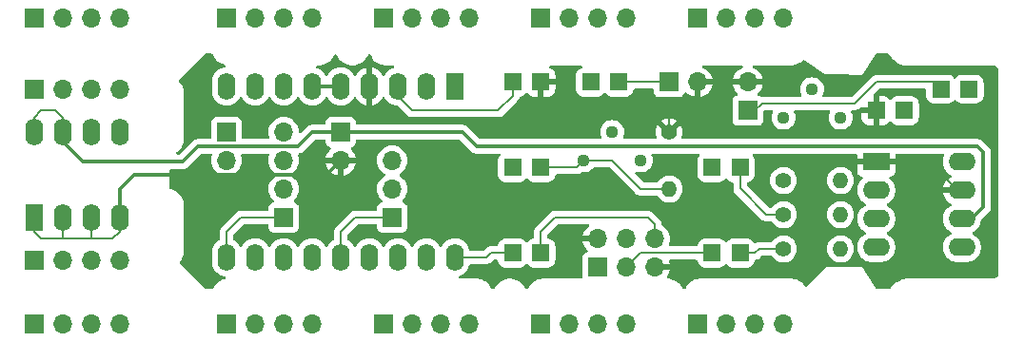
<source format=gtl>
G04 #@! TF.GenerationSoftware,KiCad,Pcbnew,8.0.5*
G04 #@! TF.CreationDate,2024-10-16T23:13:09+09:00*
G04 #@! TF.ProjectId,20240922_FV-1,32303234-3039-4323-925f-46562d312e6b,rev?*
G04 #@! TF.SameCoordinates,Original*
G04 #@! TF.FileFunction,Copper,L1,Top*
G04 #@! TF.FilePolarity,Positive*
%FSLAX46Y46*%
G04 Gerber Fmt 4.6, Leading zero omitted, Abs format (unit mm)*
G04 Created by KiCad (PCBNEW 8.0.5) date 2024-10-16 23:13:09*
%MOMM*%
%LPD*%
G01*
G04 APERTURE LIST*
G04 Aperture macros list*
%AMRoundRect*
0 Rectangle with rounded corners*
0 $1 Rounding radius*
0 $2 $3 $4 $5 $6 $7 $8 $9 X,Y pos of 4 corners*
0 Add a 4 corners polygon primitive as box body*
4,1,4,$2,$3,$4,$5,$6,$7,$8,$9,$2,$3,0*
0 Add four circle primitives for the rounded corners*
1,1,$1+$1,$2,$3*
1,1,$1+$1,$4,$5*
1,1,$1+$1,$6,$7*
1,1,$1+$1,$8,$9*
0 Add four rect primitives between the rounded corners*
20,1,$1+$1,$2,$3,$4,$5,0*
20,1,$1+$1,$4,$5,$6,$7,0*
20,1,$1+$1,$6,$7,$8,$9,0*
20,1,$1+$1,$8,$9,$2,$3,0*%
G04 Aperture macros list end*
G04 #@! TA.AperFunction,ComponentPad*
%ADD10R,1.700000X1.700000*%
G04 #@! TD*
G04 #@! TA.AperFunction,ComponentPad*
%ADD11O,1.700000X1.700000*%
G04 #@! TD*
G04 #@! TA.AperFunction,ComponentPad*
%ADD12RoundRect,0.250000X0.550000X0.550000X-0.550000X0.550000X-0.550000X-0.550000X0.550000X-0.550000X0*%
G04 #@! TD*
G04 #@! TA.AperFunction,ComponentPad*
%ADD13R,2.400000X1.600000*%
G04 #@! TD*
G04 #@! TA.AperFunction,ComponentPad*
%ADD14O,2.400000X1.600000*%
G04 #@! TD*
G04 #@! TA.AperFunction,ComponentPad*
%ADD15RoundRect,0.250000X-0.550000X-0.550000X0.550000X-0.550000X0.550000X0.550000X-0.550000X0.550000X0*%
G04 #@! TD*
G04 #@! TA.AperFunction,ComponentPad*
%ADD16C,1.400000*%
G04 #@! TD*
G04 #@! TA.AperFunction,ComponentPad*
%ADD17O,1.400000X1.400000*%
G04 #@! TD*
G04 #@! TA.AperFunction,ComponentPad*
%ADD18C,1.120000*%
G04 #@! TD*
G04 #@! TA.AperFunction,ComponentPad*
%ADD19R,1.600000X2.400000*%
G04 #@! TD*
G04 #@! TA.AperFunction,ComponentPad*
%ADD20O,1.600000X2.400000*%
G04 #@! TD*
G04 #@! TA.AperFunction,ViaPad*
%ADD21C,0.600000*%
G04 #@! TD*
G04 #@! TA.AperFunction,Conductor*
%ADD22C,0.200000*%
G04 #@! TD*
G04 #@! TA.AperFunction,Conductor*
%ADD23C,0.300000*%
G04 #@! TD*
G04 APERTURE END LIST*
D10*
X113665000Y-87630000D03*
D11*
X116205000Y-87630000D03*
X118745000Y-87630000D03*
X121285000Y-87630000D03*
D12*
X176490000Y-94615000D03*
X173990000Y-94615000D03*
D13*
X188595000Y-94107000D03*
D14*
X188595000Y-96647000D03*
X188595000Y-99187000D03*
X188595000Y-101727000D03*
X196215000Y-101727000D03*
X196215000Y-99187000D03*
X196215000Y-96647000D03*
X196215000Y-94107000D03*
D15*
X156257200Y-86995000D03*
X158757200Y-86995000D03*
D16*
X180340000Y-101854000D03*
D17*
X185420000Y-101854000D03*
D10*
X130810000Y-81280000D03*
D11*
X133350000Y-81280000D03*
X135890000Y-81280000D03*
X138430000Y-81280000D03*
D10*
X172720000Y-81280000D03*
D11*
X175260000Y-81280000D03*
X177800000Y-81280000D03*
X180340000Y-81280000D03*
D15*
X156250000Y-94615000D03*
X158750000Y-94615000D03*
D10*
X144780000Y-108585000D03*
D11*
X147320000Y-108585000D03*
X149860000Y-108585000D03*
X152400000Y-108585000D03*
D10*
X113665000Y-81280000D03*
D11*
X116205000Y-81280000D03*
X118745000Y-81280000D03*
X121285000Y-81280000D03*
D10*
X158750000Y-108585000D03*
D11*
X161290000Y-108585000D03*
X163830000Y-108585000D03*
X166370000Y-108585000D03*
D16*
X180340000Y-98806000D03*
D17*
X185420000Y-98806000D03*
D12*
X165695000Y-86995000D03*
X163195000Y-86995000D03*
X176490000Y-102235000D03*
X173990000Y-102235000D03*
X196850000Y-87630000D03*
X194350000Y-87630000D03*
D10*
X170180000Y-86995000D03*
D11*
X172720000Y-86995000D03*
D10*
X172720000Y-108585000D03*
D11*
X175260000Y-108585000D03*
X177800000Y-108585000D03*
X180340000Y-108585000D03*
D18*
X162560000Y-93980000D03*
X165100000Y-91440000D03*
X167640000Y-93980000D03*
D10*
X113665000Y-102870000D03*
D11*
X116205000Y-102870000D03*
X118745000Y-102870000D03*
X121285000Y-102870000D03*
D10*
X144780000Y-81280000D03*
D11*
X147320000Y-81280000D03*
X149860000Y-81280000D03*
X152400000Y-81280000D03*
D10*
X177165000Y-89535000D03*
D11*
X177165000Y-86995000D03*
D16*
X170180000Y-91440000D03*
D17*
X170180000Y-96520000D03*
D16*
X180340000Y-95758000D03*
D17*
X185420000Y-95758000D03*
D15*
X156250000Y-102235000D03*
X158750000Y-102235000D03*
D10*
X158750000Y-81280000D03*
D11*
X161290000Y-81280000D03*
X163830000Y-81280000D03*
X166370000Y-81280000D03*
D18*
X180340000Y-90170000D03*
X182880000Y-87630000D03*
X185420000Y-90170000D03*
D10*
X130810000Y-108585000D03*
D11*
X133350000Y-108585000D03*
X135890000Y-108585000D03*
X138430000Y-108585000D03*
D19*
X113665000Y-99060000D03*
D20*
X116205000Y-99060000D03*
X118745000Y-99060000D03*
X121285000Y-99060000D03*
X121285000Y-91440000D03*
X118745000Y-91440000D03*
X116205000Y-91440000D03*
X113665000Y-91440000D03*
D12*
X191095000Y-89535000D03*
X188595000Y-89535000D03*
D19*
X151130000Y-87376000D03*
D20*
X148590000Y-87376000D03*
X146050000Y-87376000D03*
X143510000Y-87376000D03*
X140970000Y-87376000D03*
X138430000Y-87376000D03*
X135890000Y-87376000D03*
X133350000Y-87376000D03*
X130810000Y-87376000D03*
X130810000Y-102616000D03*
X133350000Y-102616000D03*
X135890000Y-102616000D03*
X138430000Y-102616000D03*
X140970000Y-102616000D03*
X143510000Y-102616000D03*
X146050000Y-102616000D03*
X148590000Y-102616000D03*
X151130000Y-102616000D03*
D10*
X163830000Y-103505000D03*
D11*
X163830000Y-100965000D03*
X166370000Y-103505000D03*
X166370000Y-100965000D03*
X168910000Y-103505000D03*
X168910000Y-100965000D03*
D10*
X113665000Y-108585000D03*
D11*
X116205000Y-108585000D03*
X118745000Y-108585000D03*
X121285000Y-108585000D03*
D10*
X145542000Y-99060000D03*
D11*
X145542000Y-96520000D03*
X145542000Y-93980000D03*
D10*
X130810000Y-91440000D03*
D11*
X130810000Y-93980000D03*
D10*
X135890000Y-99060000D03*
D11*
X135890000Y-96520000D03*
X135890000Y-93980000D03*
X135890000Y-91440000D03*
D10*
X140970000Y-91440000D03*
D11*
X140970000Y-93980000D03*
D21*
X173228000Y-90932000D03*
X173736000Y-98298000D03*
X175006000Y-86106000D03*
X191008000Y-85852000D03*
X189738000Y-87884000D03*
X194310000Y-91440000D03*
X198882000Y-86360000D03*
X198882000Y-91440000D03*
X198882000Y-100330000D03*
X193040000Y-103632000D03*
X198120000Y-103632000D03*
X188722000Y-103632000D03*
X182372000Y-103632000D03*
X178816000Y-103632000D03*
X177546000Y-100076000D03*
X171450000Y-101092000D03*
X171450000Y-103632000D03*
X168910000Y-98044000D03*
X171704000Y-93726000D03*
X161036000Y-89916000D03*
X161036000Y-86106000D03*
X157480000Y-89154000D03*
X160274000Y-103632000D03*
X159004000Y-98298000D03*
X160274000Y-100330000D03*
X157480000Y-100838000D03*
X157480000Y-103632000D03*
X152908000Y-100838000D03*
X152908000Y-103632000D03*
X148590000Y-97790000D03*
X152654000Y-90678000D03*
X147320000Y-92710000D03*
X144780000Y-89154000D03*
X142240000Y-89154000D03*
X142748000Y-92710000D03*
X142240000Y-96520000D03*
X139700000Y-96520000D03*
X149860000Y-100838000D03*
X142240000Y-100838000D03*
X139700000Y-100838000D03*
X186690000Y-86995000D03*
D22*
X154940000Y-89535000D02*
X147320000Y-89535000D01*
X146050000Y-88265000D02*
X146050000Y-87376000D01*
X156257200Y-86995000D02*
X156257200Y-88217800D01*
X147320000Y-89535000D02*
X146050000Y-88265000D01*
X156257200Y-88217800D02*
X154940000Y-89535000D01*
X179705000Y-86360000D02*
X186055000Y-86360000D01*
D23*
X140970000Y-93980000D02*
X139700000Y-95250000D01*
D22*
X186055000Y-86360000D02*
X186690000Y-86995000D01*
X113665000Y-100330000D02*
X114300000Y-100965000D01*
X144145000Y-90170000D02*
X143510000Y-89535000D01*
X158757200Y-86995000D02*
X160020000Y-86995000D01*
X114300000Y-100965000D02*
X116205000Y-100965000D01*
X179070000Y-86995000D02*
X179705000Y-86360000D01*
X162560000Y-89535000D02*
X169545000Y-89535000D01*
X118745000Y-100965000D02*
X118745000Y-99060000D01*
X116205000Y-100965000D02*
X118745000Y-100965000D01*
X172720000Y-86995000D02*
X177165000Y-86995000D01*
X195834000Y-96647000D02*
X196215000Y-96647000D01*
D23*
X139700000Y-95250000D02*
X122555000Y-95250000D01*
D22*
X113665000Y-99060000D02*
X113665000Y-100330000D01*
X160020000Y-86995000D02*
X162560000Y-89535000D01*
X121285000Y-100330000D02*
X121285000Y-99060000D01*
X177165000Y-86995000D02*
X179070000Y-86995000D01*
D23*
X121285000Y-96520000D02*
X121285000Y-99060000D01*
D22*
X118745000Y-100965000D02*
X120650000Y-100965000D01*
X143510000Y-89535000D02*
X143510000Y-87376000D01*
X116205000Y-100965000D02*
X116205000Y-99060000D01*
X120650000Y-100965000D02*
X121285000Y-100330000D01*
X193294000Y-94107000D02*
X195834000Y-96647000D01*
X157480000Y-90170000D02*
X144145000Y-90170000D01*
X188595000Y-94107000D02*
X193294000Y-94107000D01*
X169545000Y-89535000D02*
X170180000Y-90170000D01*
X158757200Y-86995000D02*
X158757200Y-88892800D01*
X158757200Y-88892800D02*
X157480000Y-90170000D01*
X170180000Y-90170000D02*
X170180000Y-91440000D01*
D23*
X122555000Y-95250000D02*
X121285000Y-96520000D01*
D22*
X154305000Y-102235000D02*
X156250000Y-102235000D01*
X153924000Y-102616000D02*
X154305000Y-102235000D01*
X151130000Y-102616000D02*
X153924000Y-102616000D01*
X178181000Y-101854000D02*
X177800000Y-102235000D01*
X180340000Y-101854000D02*
X178181000Y-101854000D01*
X177800000Y-102235000D02*
X176490000Y-102235000D01*
X170180000Y-86995000D02*
X165695000Y-86995000D01*
D23*
X198120000Y-98171000D02*
X197104000Y-99187000D01*
X153035000Y-92710000D02*
X197612000Y-92710000D01*
X197612000Y-92710000D02*
X198120000Y-93218000D01*
X128270000Y-92710000D02*
X126873000Y-94107000D01*
X140970000Y-91440000D02*
X138430000Y-91440000D01*
D22*
X113665000Y-91440000D02*
X113665000Y-90170000D01*
D23*
X116205000Y-92329000D02*
X116205000Y-91440000D01*
X126873000Y-94107000D02*
X117983000Y-94107000D01*
D22*
X116205000Y-90170000D02*
X116205000Y-91440000D01*
D23*
X151765000Y-91440000D02*
X153035000Y-92710000D01*
X196977000Y-99695000D02*
X196215000Y-99695000D01*
X117983000Y-94107000D02*
X116205000Y-92329000D01*
D22*
X114300000Y-89535000D02*
X115570000Y-89535000D01*
D23*
X197104000Y-99187000D02*
X196215000Y-99187000D01*
X138430000Y-91440000D02*
X137160000Y-92710000D01*
X198120000Y-93218000D02*
X198120000Y-98171000D01*
X138430000Y-87376000D02*
X140970000Y-87376000D01*
D22*
X113665000Y-90170000D02*
X114300000Y-89535000D01*
D23*
X137160000Y-92710000D02*
X128270000Y-92710000D01*
D22*
X115570000Y-89535000D02*
X116205000Y-90170000D01*
D23*
X140970000Y-91440000D02*
X151765000Y-91440000D01*
D22*
X130810000Y-100330000D02*
X132080000Y-99060000D01*
X130810000Y-102616000D02*
X130810000Y-100330000D01*
X132080000Y-99060000D02*
X135890000Y-99060000D01*
X140970000Y-100330000D02*
X142240000Y-99060000D01*
X142240000Y-99060000D02*
X145542000Y-99060000D01*
X140970000Y-102616000D02*
X140970000Y-100330000D01*
X158750000Y-94615000D02*
X161925000Y-94615000D01*
X162560000Y-93980000D02*
X165100000Y-93980000D01*
X167640000Y-96520000D02*
X170180000Y-96520000D01*
X161925000Y-94615000D02*
X162560000Y-93980000D01*
X165100000Y-93980000D02*
X167640000Y-96520000D01*
X168910000Y-100965000D02*
X168910000Y-99695000D01*
X168275000Y-99060000D02*
X160020000Y-99060000D01*
X160020000Y-99060000D02*
X158750000Y-100330000D01*
X158750000Y-100330000D02*
X158750000Y-102235000D01*
X168910000Y-99695000D02*
X168275000Y-99060000D01*
X180340000Y-98806000D02*
X178816000Y-98806000D01*
X178816000Y-98806000D02*
X176490000Y-96480000D01*
X176490000Y-96480000D02*
X176490000Y-94615000D01*
X173990000Y-102235000D02*
X167640000Y-102235000D01*
X167640000Y-102235000D02*
X166370000Y-103505000D01*
X177165000Y-89535000D02*
X177800000Y-89535000D01*
X178435000Y-88900000D02*
X186690000Y-88900000D01*
X186690000Y-88900000D02*
X188595000Y-86995000D01*
X177800000Y-89535000D02*
X178435000Y-88900000D01*
X193715000Y-86995000D02*
X194350000Y-87630000D01*
X188595000Y-86995000D02*
X193715000Y-86995000D01*
G04 #@! TA.AperFunction,Conductor*
G36*
X129483292Y-93380185D02*
G01*
X129529047Y-93432989D01*
X129538991Y-93502147D01*
X129536028Y-93516593D01*
X129474938Y-93744586D01*
X129474936Y-93744596D01*
X129454341Y-93979999D01*
X129454341Y-93980000D01*
X129474936Y-94215403D01*
X129474938Y-94215413D01*
X129536094Y-94443655D01*
X129536096Y-94443659D01*
X129536097Y-94443663D01*
X129626132Y-94636743D01*
X129635965Y-94657830D01*
X129635967Y-94657834D01*
X129732626Y-94795876D01*
X129771505Y-94851401D01*
X129938599Y-95018495D01*
X129988714Y-95053586D01*
X130132165Y-95154032D01*
X130132167Y-95154033D01*
X130132170Y-95154035D01*
X130346337Y-95253903D01*
X130574592Y-95315063D01*
X130762918Y-95331539D01*
X130809999Y-95335659D01*
X130810000Y-95335659D01*
X130810001Y-95335659D01*
X130849234Y-95332226D01*
X131045408Y-95315063D01*
X131273663Y-95253903D01*
X131487830Y-95154035D01*
X131681401Y-95018495D01*
X131848495Y-94851401D01*
X131984035Y-94657830D01*
X132083903Y-94443663D01*
X132145063Y-94215408D01*
X132165659Y-93980000D01*
X132145063Y-93744592D01*
X132098872Y-93572201D01*
X132083972Y-93516593D01*
X132085635Y-93446743D01*
X132124798Y-93388881D01*
X132189026Y-93361377D01*
X132203747Y-93360500D01*
X134496253Y-93360500D01*
X134563292Y-93380185D01*
X134609047Y-93432989D01*
X134618991Y-93502147D01*
X134616028Y-93516593D01*
X134554938Y-93744586D01*
X134554936Y-93744596D01*
X134534341Y-93979999D01*
X134534341Y-93980000D01*
X134554936Y-94215403D01*
X134554938Y-94215413D01*
X134616094Y-94443655D01*
X134616096Y-94443659D01*
X134616097Y-94443663D01*
X134706132Y-94636743D01*
X134715965Y-94657830D01*
X134715967Y-94657834D01*
X134851501Y-94851395D01*
X134851506Y-94851402D01*
X135018597Y-95018493D01*
X135018603Y-95018498D01*
X135204158Y-95148425D01*
X135247783Y-95203002D01*
X135254977Y-95272500D01*
X135223454Y-95334855D01*
X135204158Y-95351575D01*
X135018597Y-95481505D01*
X134851505Y-95648597D01*
X134715965Y-95842169D01*
X134715964Y-95842171D01*
X134616098Y-96056335D01*
X134616094Y-96056344D01*
X134554938Y-96284586D01*
X134554936Y-96284596D01*
X134534341Y-96519999D01*
X134534341Y-96520000D01*
X134554936Y-96755403D01*
X134554938Y-96755413D01*
X134616094Y-96983655D01*
X134616096Y-96983659D01*
X134616097Y-96983663D01*
X134689085Y-97140185D01*
X134715965Y-97197830D01*
X134715967Y-97197834D01*
X134824281Y-97352521D01*
X134851501Y-97391396D01*
X134851506Y-97391402D01*
X134973430Y-97513326D01*
X135006915Y-97574649D01*
X135001931Y-97644341D01*
X134960059Y-97700274D01*
X134929083Y-97717189D01*
X134797669Y-97766203D01*
X134797664Y-97766206D01*
X134682455Y-97852452D01*
X134682452Y-97852455D01*
X134596206Y-97967664D01*
X134596202Y-97967671D01*
X134545908Y-98102517D01*
X134540134Y-98156227D01*
X134539501Y-98162123D01*
X134539500Y-98162135D01*
X134539500Y-98335500D01*
X134519815Y-98402539D01*
X134467011Y-98448294D01*
X134415500Y-98459500D01*
X132159057Y-98459500D01*
X132000942Y-98459500D01*
X131848215Y-98500423D01*
X131848214Y-98500423D01*
X131848212Y-98500424D01*
X131848209Y-98500425D01*
X131798096Y-98529359D01*
X131798095Y-98529360D01*
X131754689Y-98554420D01*
X131711285Y-98579479D01*
X131711282Y-98579481D01*
X130329481Y-99961282D01*
X130329479Y-99961285D01*
X130304420Y-100004689D01*
X130287372Y-100034219D01*
X130279361Y-100048094D01*
X130279359Y-100048096D01*
X130250425Y-100098209D01*
X130250424Y-100098210D01*
X130250423Y-100098215D01*
X130209499Y-100250943D01*
X130209499Y-100250945D01*
X130209499Y-100419046D01*
X130209500Y-100419059D01*
X130209500Y-100986397D01*
X130189815Y-101053436D01*
X130141800Y-101096879D01*
X130128389Y-101103712D01*
X129962786Y-101224028D01*
X129818028Y-101368786D01*
X129697715Y-101534386D01*
X129604781Y-101716776D01*
X129541522Y-101911465D01*
X129509500Y-102113648D01*
X129509500Y-103118351D01*
X129541522Y-103320534D01*
X129604781Y-103515223D01*
X129697715Y-103697613D01*
X129818028Y-103863213D01*
X129962786Y-104007971D01*
X130085690Y-104097264D01*
X130128390Y-104128287D01*
X130244607Y-104187503D01*
X130310776Y-104221218D01*
X130310778Y-104221218D01*
X130310781Y-104221220D01*
X130415137Y-104255127D01*
X130505465Y-104284477D01*
X130612924Y-104301497D01*
X130676059Y-104331426D01*
X130712990Y-104390738D01*
X130711992Y-104460600D01*
X130673382Y-104518833D01*
X130631845Y-104541901D01*
X130424003Y-104609433D01*
X130213566Y-104716657D01*
X130128545Y-104778429D01*
X130022490Y-104855483D01*
X130022488Y-104855485D01*
X130022487Y-104855485D01*
X129855485Y-105022487D01*
X129855485Y-105022488D01*
X129855483Y-105022490D01*
X129795862Y-105104550D01*
X129716657Y-105213566D01*
X129705250Y-105235954D01*
X129653505Y-105337511D01*
X129651067Y-105342295D01*
X129603092Y-105393091D01*
X129540582Y-105410000D01*
X128956362Y-105410000D01*
X128889323Y-105390315D01*
X128868681Y-105373681D01*
X126646194Y-103151194D01*
X126612709Y-103089871D01*
X126617693Y-103020179D01*
X126642250Y-102981991D01*
X126641348Y-102981221D01*
X126644511Y-102977516D01*
X126644517Y-102977510D01*
X126783343Y-102786433D01*
X126890568Y-102575992D01*
X126963553Y-102351368D01*
X126965896Y-102336575D01*
X127000500Y-102118097D01*
X127000500Y-97881902D01*
X126963553Y-97648631D01*
X126890566Y-97424003D01*
X126783342Y-97213566D01*
X126771909Y-97197830D01*
X126644517Y-97022490D01*
X126477510Y-96855483D01*
X126286433Y-96716657D01*
X126075992Y-96609432D01*
X125955360Y-96570236D01*
X125851366Y-96536446D01*
X125834600Y-96533791D01*
X125771466Y-96503860D01*
X125734536Y-96444548D01*
X125730000Y-96411318D01*
X125730000Y-94881500D01*
X125749685Y-94814461D01*
X125802489Y-94768706D01*
X125854000Y-94757500D01*
X126937071Y-94757500D01*
X127057646Y-94733515D01*
X127062744Y-94732501D01*
X127181127Y-94683465D01*
X127251052Y-94636743D01*
X127287669Y-94612277D01*
X128503127Y-93396819D01*
X128564450Y-93363334D01*
X128590808Y-93360500D01*
X129416253Y-93360500D01*
X129483292Y-93380185D01*
G37*
G04 #@! TD.AperFunction*
G04 #@! TA.AperFunction,Conductor*
G36*
X163013127Y-99680185D02*
G01*
X163058882Y-99732989D01*
X163068826Y-99802147D01*
X163039801Y-99865703D01*
X163017212Y-99886075D01*
X162958922Y-99926890D01*
X162958920Y-99926891D01*
X162791891Y-100093920D01*
X162791886Y-100093926D01*
X162656400Y-100287420D01*
X162656399Y-100287422D01*
X162556570Y-100501507D01*
X162556567Y-100501513D01*
X162499364Y-100714999D01*
X162499364Y-100715000D01*
X163396988Y-100715000D01*
X163364075Y-100772007D01*
X163330000Y-100899174D01*
X163330000Y-101030826D01*
X163364075Y-101157993D01*
X163396988Y-101215000D01*
X162499364Y-101215000D01*
X162556567Y-101428486D01*
X162556570Y-101428492D01*
X162656399Y-101642578D01*
X162791894Y-101836082D01*
X162913946Y-101958134D01*
X162947431Y-102019457D01*
X162942447Y-102089149D01*
X162900575Y-102145082D01*
X162869598Y-102161997D01*
X162737671Y-102211202D01*
X162737664Y-102211206D01*
X162622455Y-102297452D01*
X162622452Y-102297455D01*
X162536206Y-102412664D01*
X162536202Y-102412671D01*
X162485908Y-102547517D01*
X162480964Y-102593507D01*
X162479500Y-102607127D01*
X162479500Y-103500500D01*
X162479501Y-104375500D01*
X162459816Y-104442539D01*
X162407013Y-104488294D01*
X162355501Y-104499500D01*
X158881903Y-104499500D01*
X158648631Y-104536446D01*
X158424003Y-104609433D01*
X158213566Y-104716657D01*
X158128545Y-104778429D01*
X158022490Y-104855483D01*
X158022488Y-104855485D01*
X158022487Y-104855485D01*
X157855485Y-105022487D01*
X157855485Y-105022488D01*
X157855483Y-105022490D01*
X157795862Y-105104550D01*
X157716657Y-105213566D01*
X157705250Y-105235954D01*
X157653505Y-105337511D01*
X157651067Y-105342295D01*
X157603092Y-105393091D01*
X157540582Y-105410000D01*
X157460721Y-105410000D01*
X157393682Y-105390315D01*
X157347927Y-105337511D01*
X157347165Y-105335809D01*
X157324174Y-105283395D01*
X157188166Y-105075217D01*
X157139624Y-105022487D01*
X157019744Y-104892262D01*
X156823509Y-104739526D01*
X156823507Y-104739525D01*
X156823506Y-104739524D01*
X156604811Y-104621172D01*
X156604802Y-104621169D01*
X156369616Y-104540429D01*
X156124335Y-104499500D01*
X155875665Y-104499500D01*
X155630383Y-104540429D01*
X155395197Y-104621169D01*
X155395188Y-104621172D01*
X155176493Y-104739524D01*
X154980257Y-104892261D01*
X154811833Y-105075217D01*
X154675825Y-105283395D01*
X154652835Y-105335809D01*
X154607880Y-105389295D01*
X154541144Y-105409986D01*
X154539279Y-105410000D01*
X154459418Y-105410000D01*
X154392379Y-105390315D01*
X154348933Y-105342295D01*
X154283343Y-105213567D01*
X154144517Y-105022490D01*
X153977510Y-104855483D01*
X153786433Y-104716657D01*
X153757575Y-104701953D01*
X153575996Y-104609433D01*
X153351368Y-104536446D01*
X153118097Y-104499500D01*
X153118092Y-104499500D01*
X153065892Y-104499500D01*
X151555667Y-104499500D01*
X151488628Y-104479815D01*
X151442873Y-104427011D01*
X151432929Y-104357853D01*
X151461954Y-104294297D01*
X151517348Y-104257569D01*
X151629219Y-104221220D01*
X151811610Y-104128287D01*
X151904590Y-104060732D01*
X151977213Y-104007971D01*
X151977215Y-104007968D01*
X151977219Y-104007966D01*
X152121966Y-103863219D01*
X152121968Y-103863215D01*
X152121971Y-103863213D01*
X152200591Y-103755000D01*
X152242287Y-103697610D01*
X152335220Y-103515219D01*
X152398477Y-103320534D01*
X152398478Y-103320525D01*
X152399615Y-103315794D01*
X152400772Y-103316071D01*
X152428313Y-103257971D01*
X152487623Y-103221038D01*
X152520860Y-103216500D01*
X153837331Y-103216500D01*
X153837347Y-103216501D01*
X153844943Y-103216501D01*
X154003054Y-103216501D01*
X154003057Y-103216501D01*
X154155785Y-103175577D01*
X154225200Y-103135500D01*
X154292716Y-103096520D01*
X154404520Y-102984716D01*
X154404520Y-102984715D01*
X154414729Y-102974507D01*
X154414731Y-102974503D01*
X154517418Y-102871818D01*
X154578741Y-102838334D01*
X154605098Y-102835500D01*
X154837837Y-102835500D01*
X154904876Y-102855185D01*
X154950631Y-102907989D01*
X154959089Y-102933541D01*
X154959999Y-102937792D01*
X155015185Y-103104331D01*
X155015187Y-103104336D01*
X155023832Y-103118351D01*
X155107288Y-103253656D01*
X155231344Y-103377712D01*
X155380666Y-103469814D01*
X155547203Y-103524999D01*
X155649991Y-103535500D01*
X156850008Y-103535499D01*
X156952797Y-103524999D01*
X157119334Y-103469814D01*
X157268656Y-103377712D01*
X157392712Y-103253656D01*
X157394461Y-103250819D01*
X157396169Y-103249283D01*
X157397193Y-103247989D01*
X157397414Y-103248163D01*
X157446406Y-103204096D01*
X157515368Y-103192872D01*
X157579451Y-103220713D01*
X157605537Y-103250817D01*
X157607288Y-103253656D01*
X157731344Y-103377712D01*
X157880666Y-103469814D01*
X158047203Y-103524999D01*
X158149991Y-103535500D01*
X159350008Y-103535499D01*
X159452797Y-103524999D01*
X159619334Y-103469814D01*
X159768656Y-103377712D01*
X159892712Y-103253656D01*
X159984814Y-103104334D01*
X160039999Y-102937797D01*
X160050500Y-102835009D01*
X160050499Y-101634992D01*
X160050102Y-101631110D01*
X160039999Y-101532203D01*
X160039998Y-101532200D01*
X160017730Y-101465000D01*
X159984814Y-101365666D01*
X159892712Y-101216344D01*
X159768656Y-101092288D01*
X159669010Y-101030826D01*
X159619336Y-101000187D01*
X159619331Y-101000185D01*
X159452795Y-100945000D01*
X159448533Y-100944088D01*
X159387102Y-100910801D01*
X159353419Y-100849586D01*
X159350500Y-100822837D01*
X159350500Y-100630097D01*
X159370185Y-100563058D01*
X159386819Y-100542416D01*
X160232416Y-99696819D01*
X160293739Y-99663334D01*
X160320097Y-99660500D01*
X162946088Y-99660500D01*
X163013127Y-99680185D01*
G37*
G04 #@! TD.AperFunction*
G04 #@! TA.AperFunction,Conductor*
G36*
X129547067Y-84474685D02*
G01*
X129592822Y-84527489D01*
X129597959Y-84540681D01*
X129609433Y-84575996D01*
X129716657Y-84786433D01*
X129855483Y-84977510D01*
X130022490Y-85144517D01*
X130213567Y-85283343D01*
X130424008Y-85390568D01*
X130615292Y-85452720D01*
X130672968Y-85492158D01*
X130700166Y-85556516D01*
X130688251Y-85625363D01*
X130641007Y-85676838D01*
X130596373Y-85693124D01*
X130505464Y-85707523D01*
X130310776Y-85770781D01*
X130128386Y-85863715D01*
X129962786Y-85984028D01*
X129818028Y-86128786D01*
X129697715Y-86294386D01*
X129604781Y-86476776D01*
X129541522Y-86671465D01*
X129520854Y-86801961D01*
X129509500Y-86873648D01*
X129509500Y-87878352D01*
X129513878Y-87905995D01*
X129541522Y-88080534D01*
X129604781Y-88275223D01*
X129657142Y-88377986D01*
X129695621Y-88453505D01*
X129697715Y-88457613D01*
X129818028Y-88623213D01*
X129962786Y-88767971D01*
X130051196Y-88832203D01*
X130128390Y-88888287D01*
X130244607Y-88947503D01*
X130310776Y-88981218D01*
X130310778Y-88981218D01*
X130310781Y-88981220D01*
X130415137Y-89015127D01*
X130505465Y-89044477D01*
X130606557Y-89060488D01*
X130707648Y-89076500D01*
X130707649Y-89076500D01*
X130912351Y-89076500D01*
X130912352Y-89076500D01*
X131114534Y-89044477D01*
X131309219Y-88981220D01*
X131491610Y-88888287D01*
X131650687Y-88772712D01*
X131657213Y-88767971D01*
X131657215Y-88767968D01*
X131657219Y-88767966D01*
X131801966Y-88623219D01*
X131801968Y-88623215D01*
X131801971Y-88623213D01*
X131922284Y-88457614D01*
X131922286Y-88457611D01*
X131922287Y-88457610D01*
X131969516Y-88364917D01*
X132017489Y-88314123D01*
X132085310Y-88297328D01*
X132151445Y-88319865D01*
X132190483Y-88364917D01*
X132208614Y-88400500D01*
X132237715Y-88457614D01*
X132358028Y-88623213D01*
X132502786Y-88767971D01*
X132591196Y-88832203D01*
X132668390Y-88888287D01*
X132784607Y-88947503D01*
X132850776Y-88981218D01*
X132850778Y-88981218D01*
X132850781Y-88981220D01*
X132955137Y-89015127D01*
X133045465Y-89044477D01*
X133146557Y-89060488D01*
X133247648Y-89076500D01*
X133247649Y-89076500D01*
X133452351Y-89076500D01*
X133452352Y-89076500D01*
X133654534Y-89044477D01*
X133849219Y-88981220D01*
X134031610Y-88888287D01*
X134190687Y-88772712D01*
X134197213Y-88767971D01*
X134197215Y-88767968D01*
X134197219Y-88767966D01*
X134341966Y-88623219D01*
X134341968Y-88623215D01*
X134341971Y-88623213D01*
X134462284Y-88457614D01*
X134462286Y-88457611D01*
X134462287Y-88457610D01*
X134509516Y-88364917D01*
X134557489Y-88314123D01*
X134625310Y-88297328D01*
X134691445Y-88319865D01*
X134730483Y-88364917D01*
X134748614Y-88400500D01*
X134777715Y-88457614D01*
X134898028Y-88623213D01*
X135042786Y-88767971D01*
X135131196Y-88832203D01*
X135208390Y-88888287D01*
X135324607Y-88947503D01*
X135390776Y-88981218D01*
X135390778Y-88981218D01*
X135390781Y-88981220D01*
X135495137Y-89015127D01*
X135585465Y-89044477D01*
X135686557Y-89060488D01*
X135787648Y-89076500D01*
X135787649Y-89076500D01*
X135992351Y-89076500D01*
X135992352Y-89076500D01*
X136194534Y-89044477D01*
X136389219Y-88981220D01*
X136571610Y-88888287D01*
X136730687Y-88772712D01*
X136737213Y-88767971D01*
X136737215Y-88767968D01*
X136737219Y-88767966D01*
X136881966Y-88623219D01*
X136881968Y-88623215D01*
X136881971Y-88623213D01*
X137002284Y-88457614D01*
X137002286Y-88457611D01*
X137002287Y-88457610D01*
X137049516Y-88364917D01*
X137097489Y-88314123D01*
X137165310Y-88297328D01*
X137231445Y-88319865D01*
X137270483Y-88364917D01*
X137288614Y-88400500D01*
X137317715Y-88457614D01*
X137438028Y-88623213D01*
X137582786Y-88767971D01*
X137671196Y-88832203D01*
X137748390Y-88888287D01*
X137864607Y-88947503D01*
X137930776Y-88981218D01*
X137930778Y-88981218D01*
X137930781Y-88981220D01*
X138035137Y-89015127D01*
X138125465Y-89044477D01*
X138226557Y-89060488D01*
X138327648Y-89076500D01*
X138327649Y-89076500D01*
X138532351Y-89076500D01*
X138532352Y-89076500D01*
X138734534Y-89044477D01*
X138929219Y-88981220D01*
X139111610Y-88888287D01*
X139270687Y-88772712D01*
X139277213Y-88767971D01*
X139277215Y-88767968D01*
X139277219Y-88767966D01*
X139421966Y-88623219D01*
X139421968Y-88623215D01*
X139421971Y-88623213D01*
X139542284Y-88457614D01*
X139542286Y-88457611D01*
X139542287Y-88457610D01*
X139589516Y-88364917D01*
X139637489Y-88314123D01*
X139705310Y-88297328D01*
X139771445Y-88319865D01*
X139810483Y-88364917D01*
X139828614Y-88400500D01*
X139857715Y-88457614D01*
X139978028Y-88623213D01*
X140122786Y-88767971D01*
X140211196Y-88832203D01*
X140288390Y-88888287D01*
X140404607Y-88947503D01*
X140470776Y-88981218D01*
X140470778Y-88981218D01*
X140470781Y-88981220D01*
X140575137Y-89015127D01*
X140665465Y-89044477D01*
X140766557Y-89060488D01*
X140867648Y-89076500D01*
X140867649Y-89076500D01*
X141072351Y-89076500D01*
X141072352Y-89076500D01*
X141274534Y-89044477D01*
X141469219Y-88981220D01*
X141651610Y-88888287D01*
X141810687Y-88772712D01*
X141817213Y-88767971D01*
X141817215Y-88767968D01*
X141817219Y-88767966D01*
X141961966Y-88623219D01*
X141961968Y-88623215D01*
X141961971Y-88623213D01*
X142082284Y-88457614D01*
X142082286Y-88457611D01*
X142082287Y-88457610D01*
X142129795Y-88364369D01*
X142177770Y-88313574D01*
X142245591Y-88296779D01*
X142311725Y-88319316D01*
X142350765Y-88364370D01*
X142398140Y-88457349D01*
X142518417Y-88622894D01*
X142518417Y-88622895D01*
X142663104Y-88767582D01*
X142828650Y-88887859D01*
X143010968Y-88980754D01*
X143205578Y-89043988D01*
X143260000Y-89052607D01*
X143260000Y-87691686D01*
X143264394Y-87696080D01*
X143355606Y-87748741D01*
X143457339Y-87776000D01*
X143562661Y-87776000D01*
X143664394Y-87748741D01*
X143755606Y-87696080D01*
X143760000Y-87691686D01*
X143760000Y-89052606D01*
X143814421Y-89043988D01*
X144009031Y-88980754D01*
X144191349Y-88887859D01*
X144356894Y-88767582D01*
X144356895Y-88767582D01*
X144501582Y-88622895D01*
X144501582Y-88622894D01*
X144621861Y-88457347D01*
X144669234Y-88364371D01*
X144717208Y-88313575D01*
X144785028Y-88296779D01*
X144851164Y-88319316D01*
X144890203Y-88364369D01*
X144937713Y-88457611D01*
X145058028Y-88623213D01*
X145202786Y-88767971D01*
X145291196Y-88832203D01*
X145368390Y-88888287D01*
X145484607Y-88947503D01*
X145550776Y-88981218D01*
X145550778Y-88981218D01*
X145550781Y-88981220D01*
X145655137Y-89015127D01*
X145745465Y-89044477D01*
X145846557Y-89060488D01*
X145947648Y-89076500D01*
X145960903Y-89076500D01*
X146027942Y-89096185D01*
X146048584Y-89112819D01*
X146835139Y-89899374D01*
X146835149Y-89899385D01*
X146839479Y-89903715D01*
X146839480Y-89903716D01*
X146951284Y-90015520D01*
X147038095Y-90065639D01*
X147038097Y-90065641D01*
X147079423Y-90089501D01*
X147088215Y-90094577D01*
X147240942Y-90135500D01*
X147240943Y-90135500D01*
X154853331Y-90135500D01*
X154853347Y-90135501D01*
X154860943Y-90135501D01*
X155019054Y-90135501D01*
X155019057Y-90135501D01*
X155171785Y-90094577D01*
X155221904Y-90065639D01*
X155308716Y-90015520D01*
X155420520Y-89903716D01*
X155420520Y-89903714D01*
X155430728Y-89893507D01*
X155430730Y-89893504D01*
X156615706Y-88708528D01*
X156615711Y-88708524D01*
X156625914Y-88698320D01*
X156625916Y-88698320D01*
X156737720Y-88586516D01*
X156775284Y-88521453D01*
X156807072Y-88466395D01*
X156807073Y-88466392D01*
X156812141Y-88457614D01*
X156816777Y-88449585D01*
X156835962Y-88377983D01*
X156872326Y-88318326D01*
X156935172Y-88287796D01*
X156943132Y-88286721D01*
X156959997Y-88284999D01*
X157126534Y-88229814D01*
X157275856Y-88137712D01*
X157399912Y-88013656D01*
X157401952Y-88010347D01*
X157403945Y-88008555D01*
X157404393Y-88007989D01*
X157404489Y-88008065D01*
X157453894Y-87963623D01*
X157522856Y-87952395D01*
X157586940Y-87980234D01*
X157613029Y-88010339D01*
X157614881Y-88013341D01*
X157614883Y-88013344D01*
X157738854Y-88137315D01*
X157888075Y-88229356D01*
X157888080Y-88229358D01*
X158054502Y-88284505D01*
X158054509Y-88284506D01*
X158157219Y-88294999D01*
X158507199Y-88294999D01*
X158507200Y-88294998D01*
X158507200Y-87310686D01*
X158511594Y-87315080D01*
X158602806Y-87367741D01*
X158704539Y-87395000D01*
X158809861Y-87395000D01*
X158911594Y-87367741D01*
X159002806Y-87315080D01*
X159007200Y-87310686D01*
X159007200Y-88294999D01*
X159357172Y-88294999D01*
X159357186Y-88294998D01*
X159459897Y-88284505D01*
X159626319Y-88229358D01*
X159626324Y-88229356D01*
X159775545Y-88137315D01*
X159899515Y-88013345D01*
X159991556Y-87864124D01*
X159991558Y-87864119D01*
X160046705Y-87697697D01*
X160046706Y-87697690D01*
X160057199Y-87594986D01*
X160057200Y-87594973D01*
X160057200Y-87245000D01*
X159072886Y-87245000D01*
X159077280Y-87240606D01*
X159129941Y-87149394D01*
X159157200Y-87047661D01*
X159157200Y-86942339D01*
X159129941Y-86840606D01*
X159077280Y-86749394D01*
X159072886Y-86745000D01*
X160057199Y-86745000D01*
X160057199Y-86395028D01*
X160057198Y-86395013D01*
X160046705Y-86292302D01*
X159991558Y-86125880D01*
X159991556Y-86125875D01*
X159899515Y-85976654D01*
X159775545Y-85852684D01*
X159626324Y-85760643D01*
X159626319Y-85760641D01*
X159570684Y-85742206D01*
X159513239Y-85702434D01*
X159486416Y-85637918D01*
X159498731Y-85569142D01*
X159546274Y-85517942D01*
X159609688Y-85500500D01*
X162340923Y-85500500D01*
X162407962Y-85520185D01*
X162453717Y-85572989D01*
X162463661Y-85642147D01*
X162434636Y-85705703D01*
X162379928Y-85742205D01*
X162352356Y-85751341D01*
X162325668Y-85760185D01*
X162325663Y-85760187D01*
X162176342Y-85852289D01*
X162052289Y-85976342D01*
X161960187Y-86125663D01*
X161960185Y-86125668D01*
X161959046Y-86129105D01*
X161905001Y-86292203D01*
X161905001Y-86292204D01*
X161905000Y-86292204D01*
X161894500Y-86394983D01*
X161894500Y-87595001D01*
X161894501Y-87595018D01*
X161905000Y-87697796D01*
X161905001Y-87697799D01*
X161960185Y-87864331D01*
X161960187Y-87864336D01*
X161968832Y-87878351D01*
X162052288Y-88013656D01*
X162176344Y-88137712D01*
X162325666Y-88229814D01*
X162492203Y-88284999D01*
X162594991Y-88295500D01*
X163795008Y-88295499D01*
X163897797Y-88284999D01*
X164064334Y-88229814D01*
X164213656Y-88137712D01*
X164337712Y-88013656D01*
X164339461Y-88010819D01*
X164341169Y-88009283D01*
X164342193Y-88007989D01*
X164342414Y-88008163D01*
X164391406Y-87964096D01*
X164460368Y-87952872D01*
X164524451Y-87980713D01*
X164550537Y-88010817D01*
X164552288Y-88013656D01*
X164676344Y-88137712D01*
X164825666Y-88229814D01*
X164992203Y-88284999D01*
X165094991Y-88295500D01*
X166295008Y-88295499D01*
X166397797Y-88284999D01*
X166564334Y-88229814D01*
X166713656Y-88137712D01*
X166837712Y-88013656D01*
X166929814Y-87864334D01*
X166984999Y-87697797D01*
X166984999Y-87697793D01*
X166985912Y-87693533D01*
X167019199Y-87632102D01*
X167080414Y-87598419D01*
X167107163Y-87595500D01*
X168705501Y-87595500D01*
X168772540Y-87615185D01*
X168818295Y-87667989D01*
X168829501Y-87719500D01*
X168829501Y-87892876D01*
X168835908Y-87952483D01*
X168886202Y-88087328D01*
X168886206Y-88087335D01*
X168972452Y-88202544D01*
X168972455Y-88202547D01*
X169087664Y-88288793D01*
X169087671Y-88288797D01*
X169222517Y-88339091D01*
X169222516Y-88339091D01*
X169229444Y-88339835D01*
X169282127Y-88345500D01*
X171077872Y-88345499D01*
X171137483Y-88339091D01*
X171272331Y-88288796D01*
X171387546Y-88202546D01*
X171473796Y-88087331D01*
X171474792Y-88084662D01*
X171501274Y-88013658D01*
X171523002Y-87955401D01*
X171564872Y-87899468D01*
X171630337Y-87875050D01*
X171698610Y-87889901D01*
X171726865Y-87911053D01*
X171848917Y-88033105D01*
X172042421Y-88168600D01*
X172256507Y-88268429D01*
X172256516Y-88268433D01*
X172470000Y-88325634D01*
X172470000Y-87428012D01*
X172527007Y-87460925D01*
X172654174Y-87495000D01*
X172785826Y-87495000D01*
X172912993Y-87460925D01*
X172970000Y-87428012D01*
X172970000Y-88325633D01*
X173183483Y-88268433D01*
X173183492Y-88268429D01*
X173397578Y-88168600D01*
X173591082Y-88033105D01*
X173758105Y-87866082D01*
X173893600Y-87672578D01*
X173993429Y-87458492D01*
X173993432Y-87458486D01*
X174050636Y-87245000D01*
X173153012Y-87245000D01*
X173185925Y-87187993D01*
X173220000Y-87060826D01*
X173220000Y-86929174D01*
X173185925Y-86802007D01*
X173153012Y-86745000D01*
X174050636Y-86745000D01*
X174050635Y-86744999D01*
X173993432Y-86531513D01*
X173993429Y-86531507D01*
X173893600Y-86317422D01*
X173893599Y-86317420D01*
X173758113Y-86123926D01*
X173758108Y-86123920D01*
X173591082Y-85956894D01*
X173397578Y-85821399D01*
X173216329Y-85736882D01*
X173163890Y-85690710D01*
X173144738Y-85623516D01*
X173164954Y-85556635D01*
X173218119Y-85511301D01*
X173268734Y-85500500D01*
X176616266Y-85500500D01*
X176683305Y-85520185D01*
X176729060Y-85572989D01*
X176739004Y-85642147D01*
X176709979Y-85705703D01*
X176668671Y-85736882D01*
X176487422Y-85821399D01*
X176487420Y-85821400D01*
X176293926Y-85956886D01*
X176293920Y-85956891D01*
X176126891Y-86123920D01*
X176126886Y-86123926D01*
X175991400Y-86317420D01*
X175991399Y-86317422D01*
X175891570Y-86531507D01*
X175891567Y-86531513D01*
X175834364Y-86744999D01*
X175834364Y-86745000D01*
X176731988Y-86745000D01*
X176699075Y-86802007D01*
X176665000Y-86929174D01*
X176665000Y-87060826D01*
X176699075Y-87187993D01*
X176731988Y-87245000D01*
X175834364Y-87245000D01*
X175891567Y-87458486D01*
X175891570Y-87458492D01*
X175991399Y-87672578D01*
X176126894Y-87866082D01*
X176248946Y-87988134D01*
X176282431Y-88049457D01*
X176277447Y-88119149D01*
X176235575Y-88175082D01*
X176204598Y-88191997D01*
X176072671Y-88241202D01*
X176072664Y-88241206D01*
X175957455Y-88327452D01*
X175957452Y-88327455D01*
X175871206Y-88442664D01*
X175871202Y-88442671D01*
X175820908Y-88577517D01*
X175814501Y-88637116D01*
X175814500Y-88637135D01*
X175814500Y-90432870D01*
X175814501Y-90432876D01*
X175820908Y-90492483D01*
X175871202Y-90627328D01*
X175871206Y-90627335D01*
X175957452Y-90742544D01*
X175957455Y-90742547D01*
X176072664Y-90828793D01*
X176072671Y-90828797D01*
X176207517Y-90879091D01*
X176207516Y-90879091D01*
X176214444Y-90879835D01*
X176267127Y-90885500D01*
X178062872Y-90885499D01*
X178122483Y-90879091D01*
X178257331Y-90828796D01*
X178372546Y-90742546D01*
X178458796Y-90627331D01*
X178509091Y-90492483D01*
X178515500Y-90432873D01*
X178515499Y-89720097D01*
X178535183Y-89653059D01*
X178551819Y-89632416D01*
X178647419Y-89536818D01*
X178708742Y-89503334D01*
X178735099Y-89500500D01*
X179288485Y-89500500D01*
X179355524Y-89520185D01*
X179401279Y-89572989D01*
X179411223Y-89642147D01*
X179397843Y-89682953D01*
X179355488Y-89762193D01*
X179355487Y-89762196D01*
X179294844Y-89962107D01*
X179274369Y-90170000D01*
X179294844Y-90377892D01*
X179311523Y-90432876D01*
X179355485Y-90577799D01*
X179355486Y-90577802D01*
X179355487Y-90577803D01*
X179355488Y-90577806D01*
X179453956Y-90762027D01*
X179453960Y-90762034D01*
X179586484Y-90923515D01*
X179747965Y-91056039D01*
X179747972Y-91056043D01*
X179932193Y-91154511D01*
X179932194Y-91154511D01*
X179932201Y-91154515D01*
X180132106Y-91215155D01*
X180132105Y-91215155D01*
X180150745Y-91216990D01*
X180340000Y-91235631D01*
X180547894Y-91215155D01*
X180747799Y-91154515D01*
X180932033Y-91056040D01*
X181093515Y-90923515D01*
X181226040Y-90762033D01*
X181324515Y-90577799D01*
X181385155Y-90377894D01*
X181405631Y-90170000D01*
X181385155Y-89962106D01*
X181324515Y-89762201D01*
X181302011Y-89720098D01*
X181282157Y-89682953D01*
X181267915Y-89614550D01*
X181292915Y-89549306D01*
X181349220Y-89507936D01*
X181391515Y-89500500D01*
X184368485Y-89500500D01*
X184435524Y-89520185D01*
X184481279Y-89572989D01*
X184491223Y-89642147D01*
X184477843Y-89682953D01*
X184435488Y-89762193D01*
X184435487Y-89762196D01*
X184374844Y-89962107D01*
X184354369Y-90170000D01*
X184374844Y-90377892D01*
X184391523Y-90432876D01*
X184435485Y-90577799D01*
X184435486Y-90577802D01*
X184435487Y-90577803D01*
X184435488Y-90577806D01*
X184533956Y-90762027D01*
X184533960Y-90762034D01*
X184666484Y-90923515D01*
X184827965Y-91056039D01*
X184827972Y-91056043D01*
X185012193Y-91154511D01*
X185012194Y-91154511D01*
X185012201Y-91154515D01*
X185212106Y-91215155D01*
X185212105Y-91215155D01*
X185230745Y-91216990D01*
X185420000Y-91235631D01*
X185627894Y-91215155D01*
X185827799Y-91154515D01*
X186012033Y-91056040D01*
X186173515Y-90923515D01*
X186306040Y-90762033D01*
X186404515Y-90577799D01*
X186465155Y-90377894D01*
X186485631Y-90170000D01*
X186465155Y-89962106D01*
X186404515Y-89762201D01*
X186382011Y-89720098D01*
X186362157Y-89682953D01*
X186347915Y-89614550D01*
X186372915Y-89549306D01*
X186429220Y-89507936D01*
X186471515Y-89500500D01*
X186603331Y-89500500D01*
X186603347Y-89500501D01*
X186610943Y-89500501D01*
X186769054Y-89500501D01*
X186769057Y-89500501D01*
X186921785Y-89459577D01*
X186996422Y-89416485D01*
X187058716Y-89380520D01*
X187136937Y-89302299D01*
X187198260Y-89268814D01*
X187267952Y-89273798D01*
X187285382Y-89285000D01*
X188279314Y-89285000D01*
X188274920Y-89289394D01*
X188222259Y-89380606D01*
X188195000Y-89482339D01*
X188195000Y-89587661D01*
X188222259Y-89689394D01*
X188274920Y-89780606D01*
X188279314Y-89785000D01*
X187295001Y-89785000D01*
X187295001Y-90134986D01*
X187305494Y-90237697D01*
X187360641Y-90404119D01*
X187360643Y-90404124D01*
X187452684Y-90553345D01*
X187576654Y-90677315D01*
X187725875Y-90769356D01*
X187725880Y-90769358D01*
X187892302Y-90824505D01*
X187892309Y-90824506D01*
X187995019Y-90834999D01*
X188344999Y-90834999D01*
X188345000Y-90834998D01*
X188345000Y-89850686D01*
X188349394Y-89855080D01*
X188440606Y-89907741D01*
X188542339Y-89935000D01*
X188647661Y-89935000D01*
X188749394Y-89907741D01*
X188840606Y-89855080D01*
X188845000Y-89850686D01*
X188845000Y-90834999D01*
X189194972Y-90834999D01*
X189194986Y-90834998D01*
X189297697Y-90824505D01*
X189464119Y-90769358D01*
X189464124Y-90769356D01*
X189613345Y-90677315D01*
X189737318Y-90553342D01*
X189739165Y-90550348D01*
X189740969Y-90548724D01*
X189741798Y-90547677D01*
X189741976Y-90547818D01*
X189791110Y-90503621D01*
X189860073Y-90492396D01*
X189924156Y-90520236D01*
X189950243Y-90550341D01*
X189952288Y-90553656D01*
X190076344Y-90677712D01*
X190225666Y-90769814D01*
X190392203Y-90824999D01*
X190494991Y-90835500D01*
X191695008Y-90835499D01*
X191797797Y-90824999D01*
X191964334Y-90769814D01*
X192113656Y-90677712D01*
X192237712Y-90553656D01*
X192329814Y-90404334D01*
X192384999Y-90237797D01*
X192395500Y-90135009D01*
X192395499Y-88934992D01*
X192393967Y-88919999D01*
X192384999Y-88832203D01*
X192384998Y-88832200D01*
X192371960Y-88792853D01*
X192329814Y-88665666D01*
X192237712Y-88516344D01*
X192113656Y-88392288D01*
X192008543Y-88327454D01*
X191964336Y-88300187D01*
X191964331Y-88300185D01*
X191953711Y-88296666D01*
X191797797Y-88245001D01*
X191797795Y-88245000D01*
X191695010Y-88234500D01*
X190494998Y-88234500D01*
X190494981Y-88234501D01*
X190392203Y-88245000D01*
X190392200Y-88245001D01*
X190225668Y-88300185D01*
X190225663Y-88300187D01*
X190076342Y-88392289D01*
X189952288Y-88516343D01*
X189952283Y-88516349D01*
X189950241Y-88519661D01*
X189948247Y-88521453D01*
X189947807Y-88522011D01*
X189947711Y-88521935D01*
X189898291Y-88566383D01*
X189829328Y-88577602D01*
X189765247Y-88549755D01*
X189739168Y-88519656D01*
X189737319Y-88516659D01*
X189737316Y-88516655D01*
X189613345Y-88392684D01*
X189464124Y-88300643D01*
X189464119Y-88300641D01*
X189297697Y-88245494D01*
X189297690Y-88245493D01*
X189194986Y-88235000D01*
X188845000Y-88235000D01*
X188845000Y-89219314D01*
X188840606Y-89214920D01*
X188749394Y-89162259D01*
X188647661Y-89135000D01*
X188542339Y-89135000D01*
X188440606Y-89162259D01*
X188349394Y-89214920D01*
X188345000Y-89219314D01*
X188345000Y-88220620D01*
X188328812Y-88190974D01*
X188333796Y-88121282D01*
X188362290Y-88076944D01*
X188807418Y-87631816D01*
X188868739Y-87598334D01*
X188895097Y-87595500D01*
X192925500Y-87595500D01*
X192992539Y-87615185D01*
X193038294Y-87667989D01*
X193049500Y-87719500D01*
X193049500Y-88230001D01*
X193049501Y-88230019D01*
X193060000Y-88332796D01*
X193060001Y-88332799D01*
X193115185Y-88499331D01*
X193115187Y-88499336D01*
X193127724Y-88519661D01*
X193207288Y-88648656D01*
X193331344Y-88772712D01*
X193480666Y-88864814D01*
X193647203Y-88919999D01*
X193749991Y-88930500D01*
X194950008Y-88930499D01*
X195052797Y-88919999D01*
X195219334Y-88864814D01*
X195368656Y-88772712D01*
X195492712Y-88648656D01*
X195494461Y-88645819D01*
X195496169Y-88644283D01*
X195497193Y-88642989D01*
X195497414Y-88643163D01*
X195546406Y-88599096D01*
X195615368Y-88587872D01*
X195679451Y-88615713D01*
X195705537Y-88645817D01*
X195707288Y-88648656D01*
X195831344Y-88772712D01*
X195980666Y-88864814D01*
X196147203Y-88919999D01*
X196249991Y-88930500D01*
X197450008Y-88930499D01*
X197552797Y-88919999D01*
X197719334Y-88864814D01*
X197868656Y-88772712D01*
X197992712Y-88648656D01*
X198084814Y-88499334D01*
X198139999Y-88332797D01*
X198150500Y-88230009D01*
X198150499Y-87029992D01*
X198149732Y-87022488D01*
X198139999Y-86927203D01*
X198139998Y-86927200D01*
X198129442Y-86895344D01*
X198084814Y-86760666D01*
X197992712Y-86611344D01*
X197868656Y-86487288D01*
X197719334Y-86395186D01*
X197552797Y-86340001D01*
X197552795Y-86340000D01*
X197450010Y-86329500D01*
X196249998Y-86329500D01*
X196249981Y-86329501D01*
X196147203Y-86340000D01*
X196147200Y-86340001D01*
X195980668Y-86395185D01*
X195980663Y-86395187D01*
X195831342Y-86487289D01*
X195707285Y-86611346D01*
X195705537Y-86614182D01*
X195703829Y-86615717D01*
X195702807Y-86617011D01*
X195702585Y-86616836D01*
X195653589Y-86660905D01*
X195584626Y-86672126D01*
X195520544Y-86644282D01*
X195494463Y-86614182D01*
X195492714Y-86611346D01*
X195368657Y-86487289D01*
X195368656Y-86487288D01*
X195219334Y-86395186D01*
X195052797Y-86340001D01*
X195052795Y-86340000D01*
X194950010Y-86329500D01*
X193749998Y-86329500D01*
X193749981Y-86329501D01*
X193647203Y-86340000D01*
X193647200Y-86340001D01*
X193501730Y-86388206D01*
X193462726Y-86394500D01*
X188681669Y-86394500D01*
X188681653Y-86394499D01*
X188674057Y-86394499D01*
X188515943Y-86394499D01*
X188408587Y-86423265D01*
X188363210Y-86435424D01*
X188363209Y-86435425D01*
X188313096Y-86464359D01*
X188313095Y-86464360D01*
X188291590Y-86476776D01*
X188226285Y-86514479D01*
X188226282Y-86514481D01*
X188158480Y-86582284D01*
X188114480Y-86626284D01*
X188114478Y-86626286D01*
X187279840Y-87460925D01*
X186477584Y-88263181D01*
X186416261Y-88296666D01*
X186389903Y-88299500D01*
X183931515Y-88299500D01*
X183864476Y-88279815D01*
X183818721Y-88227011D01*
X183808777Y-88157853D01*
X183822157Y-88117047D01*
X183864511Y-88037806D01*
X183864515Y-88037799D01*
X183925155Y-87837894D01*
X183945631Y-87630000D01*
X183925155Y-87422106D01*
X183864515Y-87222201D01*
X183859900Y-87213566D01*
X183766043Y-87037972D01*
X183766039Y-87037965D01*
X183633515Y-86876484D01*
X183472034Y-86743960D01*
X183472027Y-86743956D01*
X183287806Y-86645488D01*
X183287803Y-86645487D01*
X183287802Y-86645486D01*
X183287799Y-86645485D01*
X183087894Y-86584845D01*
X183087892Y-86584844D01*
X183087894Y-86584844D01*
X182880000Y-86564369D01*
X182672107Y-86584844D01*
X182566645Y-86616836D01*
X182472201Y-86645485D01*
X182472198Y-86645486D01*
X182472196Y-86645487D01*
X182472193Y-86645488D01*
X182287972Y-86743956D01*
X182287965Y-86743960D01*
X182126484Y-86876484D01*
X181993960Y-87037965D01*
X181993956Y-87037972D01*
X181895488Y-87222193D01*
X181895487Y-87222196D01*
X181834844Y-87422107D01*
X181814369Y-87630000D01*
X181834844Y-87837892D01*
X181851523Y-87892876D01*
X181895485Y-88037799D01*
X181895486Y-88037802D01*
X181895487Y-88037803D01*
X181895488Y-88037806D01*
X181937843Y-88117047D01*
X181952085Y-88185450D01*
X181927085Y-88250694D01*
X181870780Y-88292064D01*
X181828485Y-88299500D01*
X178521670Y-88299500D01*
X178521654Y-88299499D01*
X178514058Y-88299499D01*
X178376475Y-88299499D01*
X178309436Y-88279814D01*
X178302164Y-88274766D01*
X178286688Y-88263181D01*
X178257331Y-88241204D01*
X178257329Y-88241203D01*
X178257328Y-88241202D01*
X178125401Y-88191997D01*
X178069467Y-88150126D01*
X178045050Y-88084662D01*
X178059902Y-88016389D01*
X178081053Y-87988133D01*
X178203108Y-87866078D01*
X178338600Y-87672578D01*
X178438429Y-87458492D01*
X178438432Y-87458486D01*
X178495636Y-87245000D01*
X177598012Y-87245000D01*
X177630925Y-87187993D01*
X177665000Y-87060826D01*
X177665000Y-86929174D01*
X177630925Y-86802007D01*
X177598012Y-86745000D01*
X178495636Y-86745000D01*
X178495635Y-86744999D01*
X178438432Y-86531513D01*
X178438429Y-86531507D01*
X178338600Y-86317422D01*
X178338599Y-86317420D01*
X178203113Y-86123926D01*
X178203108Y-86123920D01*
X178036082Y-85956894D01*
X177842578Y-85821399D01*
X177661329Y-85736882D01*
X177608890Y-85690710D01*
X177589738Y-85623516D01*
X177609954Y-85556635D01*
X177663119Y-85511301D01*
X177713734Y-85500500D01*
X181118097Y-85500500D01*
X181351368Y-85463553D01*
X181363968Y-85459459D01*
X181575992Y-85390568D01*
X181786433Y-85283343D01*
X181977510Y-85144517D01*
X182050835Y-85071191D01*
X182112154Y-85037709D01*
X182181846Y-85042693D01*
X182226196Y-85071196D01*
X182244995Y-85089996D01*
X182244997Y-85089998D01*
X182245000Y-85090000D01*
X184150000Y-86360000D01*
X187324999Y-86360000D01*
X187325000Y-86360000D01*
X188420596Y-84716606D01*
X188558189Y-84510217D01*
X188611754Y-84465356D01*
X188661363Y-84455000D01*
X189638020Y-84455000D01*
X189705059Y-84474685D01*
X189745406Y-84516999D01*
X189810143Y-84629126D01*
X189810148Y-84629132D01*
X189810149Y-84629134D01*
X189971978Y-84840035D01*
X189971984Y-84840042D01*
X190159957Y-85028015D01*
X190159964Y-85028021D01*
X190179085Y-85042693D01*
X190370874Y-85189857D01*
X190370881Y-85189861D01*
X190601096Y-85322777D01*
X190601101Y-85322779D01*
X190601104Y-85322781D01*
X190846715Y-85424516D01*
X191103504Y-85493323D01*
X191367076Y-85528023D01*
X191426207Y-85528023D01*
X191430894Y-85528320D01*
X191436225Y-85528297D01*
X191436228Y-85528298D01*
X191500352Y-85528026D01*
X191500939Y-85528024D01*
X191501463Y-85528023D01*
X191571244Y-85528023D01*
X191575907Y-85527705D01*
X198000939Y-85500501D01*
X198001464Y-85500500D01*
X198934108Y-85500500D01*
X198993038Y-85500500D01*
X199006922Y-85501280D01*
X199097266Y-85511459D01*
X199124331Y-85517636D01*
X199203540Y-85545352D01*
X199228553Y-85557398D01*
X199299606Y-85602043D01*
X199321313Y-85619355D01*
X199380644Y-85678686D01*
X199397957Y-85700395D01*
X199442600Y-85771444D01*
X199454648Y-85796462D01*
X199482362Y-85875666D01*
X199488540Y-85902735D01*
X199497492Y-85982183D01*
X199498720Y-85993076D01*
X199499500Y-86006961D01*
X199499500Y-103993038D01*
X199498720Y-104006923D01*
X199488540Y-104097264D01*
X199482362Y-104124333D01*
X199454648Y-104203537D01*
X199442600Y-104228555D01*
X199397957Y-104299604D01*
X199380644Y-104321313D01*
X199321313Y-104380644D01*
X199299604Y-104397957D01*
X199228555Y-104442600D01*
X199203537Y-104454648D01*
X199124333Y-104482362D01*
X199097264Y-104488540D01*
X199017075Y-104497576D01*
X199006921Y-104498720D01*
X198993038Y-104499500D01*
X191368872Y-104499500D01*
X191137772Y-104529926D01*
X191108884Y-104533730D01*
X190960262Y-104573553D01*
X190855581Y-104601602D01*
X190855571Y-104601605D01*
X190613309Y-104701953D01*
X190613299Y-104701958D01*
X190386196Y-104833075D01*
X190178148Y-104992718D01*
X189992718Y-105178148D01*
X189852036Y-105361487D01*
X189795608Y-105402689D01*
X189753661Y-105410000D01*
X188661363Y-105410000D01*
X188594324Y-105390315D01*
X188558189Y-105354783D01*
X187325000Y-103505000D01*
X184150000Y-103505000D01*
X184149999Y-103505000D01*
X182452529Y-105202469D01*
X182391206Y-105235954D01*
X182321514Y-105230970D01*
X182265581Y-105189098D01*
X182264566Y-105187723D01*
X182144517Y-105022490D01*
X181977510Y-104855483D01*
X181786433Y-104716657D01*
X181757575Y-104701953D01*
X181575996Y-104609433D01*
X181351368Y-104536446D01*
X181118097Y-104499500D01*
X181118092Y-104499500D01*
X181065892Y-104499500D01*
X173065892Y-104499500D01*
X173000000Y-104499500D01*
X172881908Y-104499500D01*
X172881903Y-104499500D01*
X172648631Y-104536446D01*
X172424003Y-104609433D01*
X172213566Y-104716657D01*
X172128545Y-104778429D01*
X172022490Y-104855483D01*
X172022488Y-104855485D01*
X172022487Y-104855485D01*
X171855485Y-105022487D01*
X171855485Y-105022488D01*
X171855483Y-105022490D01*
X171795862Y-105104550D01*
X171716657Y-105213566D01*
X171705250Y-105235954D01*
X171653505Y-105337511D01*
X171651067Y-105342295D01*
X171603092Y-105393091D01*
X171540582Y-105410000D01*
X171460721Y-105410000D01*
X171393682Y-105390315D01*
X171347927Y-105337511D01*
X171347165Y-105335809D01*
X171324174Y-105283395D01*
X171188166Y-105075217D01*
X171139624Y-105022487D01*
X171019744Y-104892262D01*
X170823509Y-104739526D01*
X170823507Y-104739525D01*
X170823506Y-104739524D01*
X170604811Y-104621172D01*
X170604802Y-104621169D01*
X170369616Y-104540429D01*
X170124335Y-104499500D01*
X170099891Y-104499500D01*
X170032852Y-104479815D01*
X169987097Y-104427011D01*
X169977153Y-104357853D01*
X169998316Y-104304376D01*
X170083600Y-104182578D01*
X170183429Y-103968492D01*
X170183432Y-103968486D01*
X170240636Y-103755000D01*
X169343012Y-103755000D01*
X169375925Y-103697993D01*
X169410000Y-103570826D01*
X169410000Y-103439174D01*
X169375925Y-103312007D01*
X169343012Y-103255000D01*
X170240636Y-103255000D01*
X170240635Y-103254999D01*
X170183432Y-103041513D01*
X170183430Y-103041507D01*
X170169626Y-103011905D01*
X170159134Y-102942828D01*
X170187653Y-102879044D01*
X170246130Y-102840804D01*
X170282008Y-102835500D01*
X172577837Y-102835500D01*
X172644876Y-102855185D01*
X172690631Y-102907989D01*
X172699089Y-102933541D01*
X172699999Y-102937792D01*
X172755185Y-103104331D01*
X172755187Y-103104336D01*
X172763832Y-103118351D01*
X172847288Y-103253656D01*
X172971344Y-103377712D01*
X173120666Y-103469814D01*
X173287203Y-103524999D01*
X173389991Y-103535500D01*
X174590008Y-103535499D01*
X174692797Y-103524999D01*
X174859334Y-103469814D01*
X175008656Y-103377712D01*
X175132712Y-103253656D01*
X175134461Y-103250819D01*
X175136169Y-103249283D01*
X175137193Y-103247989D01*
X175137414Y-103248163D01*
X175186406Y-103204096D01*
X175255368Y-103192872D01*
X175319451Y-103220713D01*
X175345537Y-103250817D01*
X175347288Y-103253656D01*
X175471344Y-103377712D01*
X175620666Y-103469814D01*
X175787203Y-103524999D01*
X175889991Y-103535500D01*
X177090008Y-103535499D01*
X177192797Y-103524999D01*
X177359334Y-103469814D01*
X177508656Y-103377712D01*
X177632712Y-103253656D01*
X177724814Y-103104334D01*
X177779999Y-102937797D01*
X177780000Y-102937779D01*
X177781342Y-102931518D01*
X177814622Y-102870083D01*
X177871517Y-102838767D01*
X177871206Y-102837604D01*
X177879054Y-102835501D01*
X177879057Y-102835501D01*
X178031785Y-102794577D01*
X178081904Y-102765639D01*
X178168716Y-102715520D01*
X178280520Y-102603716D01*
X178280520Y-102603714D01*
X178290728Y-102593507D01*
X178290731Y-102593503D01*
X178393418Y-102490818D01*
X178454741Y-102457334D01*
X178481098Y-102454500D01*
X179227379Y-102454500D01*
X179294418Y-102474185D01*
X179326333Y-102503773D01*
X179449020Y-102666238D01*
X179613437Y-102816123D01*
X179613439Y-102816125D01*
X179802595Y-102933245D01*
X179802596Y-102933245D01*
X179802599Y-102933247D01*
X180010060Y-103013618D01*
X180228757Y-103054500D01*
X180228759Y-103054500D01*
X180451241Y-103054500D01*
X180451243Y-103054500D01*
X180669940Y-103013618D01*
X180877401Y-102933247D01*
X181066562Y-102816124D01*
X181230981Y-102666236D01*
X181365058Y-102488689D01*
X181464229Y-102289528D01*
X181525115Y-102075536D01*
X181545643Y-101854000D01*
X181545643Y-101853999D01*
X184214357Y-101853999D01*
X184214357Y-101854000D01*
X184234884Y-102075535D01*
X184234885Y-102075537D01*
X184295769Y-102289523D01*
X184295775Y-102289538D01*
X184394938Y-102488683D01*
X184394943Y-102488691D01*
X184529020Y-102666238D01*
X184693437Y-102816123D01*
X184693439Y-102816125D01*
X184882595Y-102933245D01*
X184882596Y-102933245D01*
X184882599Y-102933247D01*
X185090060Y-103013618D01*
X185308757Y-103054500D01*
X185308759Y-103054500D01*
X185531241Y-103054500D01*
X185531243Y-103054500D01*
X185749940Y-103013618D01*
X185957401Y-102933247D01*
X186146562Y-102816124D01*
X186310981Y-102666236D01*
X186445058Y-102488689D01*
X186544229Y-102289528D01*
X186605115Y-102075536D01*
X186625643Y-101854000D01*
X186605115Y-101632464D01*
X186544229Y-101418472D01*
X186544224Y-101418461D01*
X186445061Y-101219316D01*
X186445056Y-101219308D01*
X186310979Y-101041761D01*
X186146562Y-100891876D01*
X186146560Y-100891874D01*
X185957404Y-100774754D01*
X185957398Y-100774752D01*
X185749940Y-100694382D01*
X185531243Y-100653500D01*
X185308757Y-100653500D01*
X185090060Y-100694382D01*
X184958864Y-100745207D01*
X184882601Y-100774752D01*
X184882595Y-100774754D01*
X184693439Y-100891874D01*
X184693437Y-100891876D01*
X184529020Y-101041761D01*
X184394943Y-101219308D01*
X184394938Y-101219316D01*
X184295775Y-101418461D01*
X184295769Y-101418476D01*
X184234885Y-101632462D01*
X184234884Y-101632464D01*
X184214357Y-101853999D01*
X181545643Y-101853999D01*
X181525115Y-101632464D01*
X181464229Y-101418472D01*
X181464224Y-101418461D01*
X181365061Y-101219316D01*
X181365056Y-101219308D01*
X181230979Y-101041761D01*
X181066562Y-100891876D01*
X181066560Y-100891874D01*
X180877404Y-100774754D01*
X180877398Y-100774752D01*
X180669940Y-100694382D01*
X180451243Y-100653500D01*
X180228757Y-100653500D01*
X180010060Y-100694382D01*
X179878864Y-100745207D01*
X179802601Y-100774752D01*
X179802595Y-100774754D01*
X179613439Y-100891874D01*
X179613437Y-100891876D01*
X179449020Y-101041761D01*
X179326333Y-101204227D01*
X179270224Y-101245863D01*
X179227379Y-101253500D01*
X178101940Y-101253500D01*
X178061019Y-101264464D01*
X178061019Y-101264465D01*
X178023751Y-101274451D01*
X177949214Y-101294423D01*
X177949211Y-101294425D01*
X177855643Y-101348445D01*
X177787743Y-101364916D01*
X177721716Y-101342063D01*
X177688106Y-101306153D01*
X177637451Y-101224028D01*
X177632712Y-101216344D01*
X177508656Y-101092288D01*
X177409010Y-101030826D01*
X177359336Y-101000187D01*
X177359331Y-101000185D01*
X177357862Y-100999698D01*
X177192797Y-100945001D01*
X177192795Y-100945000D01*
X177090010Y-100934500D01*
X175889998Y-100934500D01*
X175889981Y-100934501D01*
X175787203Y-100945000D01*
X175787200Y-100945001D01*
X175620668Y-101000185D01*
X175620663Y-101000187D01*
X175471342Y-101092289D01*
X175347285Y-101216346D01*
X175345537Y-101219182D01*
X175343829Y-101220717D01*
X175342807Y-101222011D01*
X175342585Y-101221836D01*
X175293589Y-101265905D01*
X175224626Y-101277126D01*
X175160544Y-101249282D01*
X175134463Y-101219182D01*
X175132714Y-101216346D01*
X175008657Y-101092289D01*
X175008656Y-101092288D01*
X174909010Y-101030826D01*
X174859336Y-101000187D01*
X174859331Y-101000185D01*
X174857862Y-100999698D01*
X174692797Y-100945001D01*
X174692795Y-100945000D01*
X174590010Y-100934500D01*
X173389998Y-100934500D01*
X173389981Y-100934501D01*
X173287203Y-100945000D01*
X173287200Y-100945001D01*
X173120668Y-101000185D01*
X173120663Y-101000187D01*
X172971342Y-101092289D01*
X172847289Y-101216342D01*
X172755187Y-101365663D01*
X172755185Y-101365668D01*
X172700000Y-101532204D01*
X172699088Y-101536467D01*
X172665801Y-101597898D01*
X172604586Y-101631581D01*
X172577837Y-101634500D01*
X170282560Y-101634500D01*
X170215521Y-101614815D01*
X170169766Y-101562011D01*
X170159822Y-101492853D01*
X170170176Y-101458099D01*
X170183903Y-101428663D01*
X170245063Y-101200408D01*
X170265659Y-100965000D01*
X170263829Y-100944089D01*
X170245539Y-100735034D01*
X170245063Y-100729592D01*
X170183903Y-100501337D01*
X170084035Y-100287171D01*
X170078731Y-100279595D01*
X169948494Y-100093597D01*
X169781402Y-99926506D01*
X169781395Y-99926501D01*
X169587831Y-99790965D01*
X169587827Y-99790963D01*
X169582087Y-99788286D01*
X169529652Y-99742110D01*
X169510501Y-99675908D01*
X169510501Y-99615944D01*
X169469576Y-99463214D01*
X169469573Y-99463209D01*
X169390524Y-99326290D01*
X169390518Y-99326282D01*
X168762590Y-98698355D01*
X168762588Y-98698352D01*
X168643717Y-98579481D01*
X168643716Y-98579480D01*
X168556904Y-98529360D01*
X168556904Y-98529359D01*
X168556900Y-98529358D01*
X168506785Y-98500423D01*
X168354057Y-98459499D01*
X168195943Y-98459499D01*
X168188347Y-98459499D01*
X168188331Y-98459500D01*
X160099057Y-98459500D01*
X159940942Y-98459500D01*
X159788215Y-98500423D01*
X159788214Y-98500423D01*
X159788212Y-98500424D01*
X159788209Y-98500425D01*
X159738096Y-98529359D01*
X159738095Y-98529360D01*
X159694689Y-98554420D01*
X159651285Y-98579479D01*
X159651282Y-98579481D01*
X158269481Y-99961282D01*
X158269479Y-99961285D01*
X158244420Y-100004689D01*
X158227372Y-100034219D01*
X158219361Y-100048094D01*
X158219359Y-100048096D01*
X158190425Y-100098209D01*
X158190424Y-100098210D01*
X158190423Y-100098215D01*
X158149499Y-100250943D01*
X158149499Y-100250945D01*
X158149499Y-100419046D01*
X158149500Y-100419059D01*
X158149500Y-100822837D01*
X158129815Y-100889876D01*
X158077011Y-100935631D01*
X158051459Y-100944089D01*
X158047207Y-100944999D01*
X157880668Y-101000185D01*
X157880663Y-101000187D01*
X157731342Y-101092289D01*
X157607285Y-101216346D01*
X157605537Y-101219182D01*
X157603829Y-101220717D01*
X157602807Y-101222011D01*
X157602585Y-101221836D01*
X157553589Y-101265905D01*
X157484626Y-101277126D01*
X157420544Y-101249282D01*
X157394463Y-101219182D01*
X157392714Y-101216346D01*
X157268657Y-101092289D01*
X157268656Y-101092288D01*
X157169010Y-101030826D01*
X157119336Y-101000187D01*
X157119331Y-101000185D01*
X157117862Y-100999698D01*
X156952797Y-100945001D01*
X156952795Y-100945000D01*
X156850010Y-100934500D01*
X155649998Y-100934500D01*
X155649981Y-100934501D01*
X155547203Y-100945000D01*
X155547200Y-100945001D01*
X155380668Y-101000185D01*
X155380663Y-101000187D01*
X155231342Y-101092289D01*
X155107289Y-101216342D01*
X155015187Y-101365663D01*
X155015185Y-101365668D01*
X154960000Y-101532204D01*
X154959088Y-101536467D01*
X154925801Y-101597898D01*
X154864586Y-101631581D01*
X154837837Y-101634500D01*
X154225939Y-101634500D01*
X154194853Y-101642829D01*
X154194854Y-101642830D01*
X154073214Y-101675423D01*
X154073209Y-101675426D01*
X153936290Y-101754475D01*
X153936282Y-101754481D01*
X153711583Y-101979181D01*
X153650260Y-102012666D01*
X153623902Y-102015500D01*
X152520860Y-102015500D01*
X152453821Y-101995815D01*
X152408066Y-101943011D01*
X152399962Y-101916122D01*
X152399615Y-101916206D01*
X152398477Y-101911468D01*
X152398477Y-101911466D01*
X152335220Y-101716781D01*
X152242287Y-101534390D01*
X152191873Y-101465000D01*
X152121971Y-101368786D01*
X151977213Y-101224028D01*
X151811613Y-101103715D01*
X151811612Y-101103714D01*
X151811610Y-101103713D01*
X151754653Y-101074691D01*
X151629223Y-101010781D01*
X151434534Y-100947522D01*
X151259995Y-100919878D01*
X151232352Y-100915500D01*
X151027648Y-100915500D01*
X151003329Y-100919351D01*
X150825465Y-100947522D01*
X150630776Y-101010781D01*
X150448386Y-101103715D01*
X150282786Y-101224028D01*
X150138028Y-101368786D01*
X150017715Y-101534386D01*
X149970485Y-101627080D01*
X149922510Y-101677876D01*
X149854689Y-101694671D01*
X149788554Y-101672134D01*
X149749515Y-101627080D01*
X149734646Y-101597898D01*
X149702287Y-101534390D01*
X149651873Y-101465000D01*
X149581971Y-101368786D01*
X149437213Y-101224028D01*
X149271613Y-101103715D01*
X149271612Y-101103714D01*
X149271610Y-101103713D01*
X149214653Y-101074691D01*
X149089223Y-101010781D01*
X148894534Y-100947522D01*
X148719995Y-100919878D01*
X148692352Y-100915500D01*
X148487648Y-100915500D01*
X148463329Y-100919351D01*
X148285465Y-100947522D01*
X148090776Y-101010781D01*
X147908386Y-101103715D01*
X147742786Y-101224028D01*
X147598028Y-101368786D01*
X147477715Y-101534386D01*
X147430485Y-101627080D01*
X147382510Y-101677876D01*
X147314689Y-101694671D01*
X147248554Y-101672134D01*
X147209515Y-101627080D01*
X147194646Y-101597898D01*
X147162287Y-101534390D01*
X147111873Y-101465000D01*
X147041971Y-101368786D01*
X146897213Y-101224028D01*
X146731613Y-101103715D01*
X146731612Y-101103714D01*
X146731610Y-101103713D01*
X146674653Y-101074691D01*
X146549223Y-101010781D01*
X146354534Y-100947522D01*
X146179995Y-100919878D01*
X146152352Y-100915500D01*
X145947648Y-100915500D01*
X145923329Y-100919351D01*
X145745465Y-100947522D01*
X145550776Y-101010781D01*
X145368386Y-101103715D01*
X145202786Y-101224028D01*
X145058028Y-101368786D01*
X144937715Y-101534386D01*
X144890485Y-101627080D01*
X144842510Y-101677876D01*
X144774689Y-101694671D01*
X144708554Y-101672134D01*
X144669515Y-101627080D01*
X144654646Y-101597898D01*
X144622287Y-101534390D01*
X144571873Y-101465000D01*
X144501971Y-101368786D01*
X144357213Y-101224028D01*
X144191613Y-101103715D01*
X144191612Y-101103714D01*
X144191610Y-101103713D01*
X144134653Y-101074691D01*
X144009223Y-101010781D01*
X143814534Y-100947522D01*
X143639995Y-100919878D01*
X143612352Y-100915500D01*
X143407648Y-100915500D01*
X143383329Y-100919351D01*
X143205465Y-100947522D01*
X143010776Y-101010781D01*
X142828386Y-101103715D01*
X142662786Y-101224028D01*
X142518028Y-101368786D01*
X142397715Y-101534386D01*
X142350485Y-101627080D01*
X142302510Y-101677876D01*
X142234689Y-101694671D01*
X142168554Y-101672134D01*
X142129515Y-101627080D01*
X142114646Y-101597898D01*
X142082287Y-101534390D01*
X142031873Y-101465000D01*
X141961971Y-101368786D01*
X141817213Y-101224028D01*
X141651610Y-101103712D01*
X141638200Y-101096879D01*
X141587406Y-101048903D01*
X141570500Y-100986397D01*
X141570500Y-100630097D01*
X141590185Y-100563058D01*
X141606819Y-100542416D01*
X142452416Y-99696819D01*
X142513739Y-99663334D01*
X142540097Y-99660500D01*
X144067501Y-99660500D01*
X144134540Y-99680185D01*
X144180295Y-99732989D01*
X144191501Y-99784500D01*
X144191501Y-99957876D01*
X144197908Y-100017483D01*
X144248202Y-100152328D01*
X144248206Y-100152335D01*
X144334452Y-100267544D01*
X144334455Y-100267547D01*
X144449664Y-100353793D01*
X144449671Y-100353797D01*
X144584517Y-100404091D01*
X144584516Y-100404091D01*
X144591444Y-100404835D01*
X144644127Y-100410500D01*
X146439872Y-100410499D01*
X146499483Y-100404091D01*
X146634331Y-100353796D01*
X146749546Y-100267546D01*
X146835796Y-100152331D01*
X146886091Y-100017483D01*
X146892500Y-99957873D01*
X146892499Y-98162128D01*
X146886091Y-98102517D01*
X146843545Y-97988446D01*
X146835797Y-97967671D01*
X146835793Y-97967664D01*
X146749547Y-97852455D01*
X146749544Y-97852452D01*
X146634335Y-97766206D01*
X146634328Y-97766202D01*
X146502917Y-97717189D01*
X146446983Y-97675318D01*
X146422566Y-97609853D01*
X146437418Y-97541580D01*
X146458563Y-97513332D01*
X146580495Y-97391401D01*
X146716035Y-97197830D01*
X146815903Y-96983663D01*
X146877063Y-96755408D01*
X146897659Y-96520000D01*
X146877063Y-96284592D01*
X146815903Y-96056337D01*
X146716035Y-95842171D01*
X146686581Y-95800105D01*
X146580494Y-95648597D01*
X146413402Y-95481506D01*
X146413396Y-95481501D01*
X146227842Y-95351575D01*
X146184217Y-95296998D01*
X146177023Y-95227500D01*
X146208546Y-95165145D01*
X146227842Y-95148425D01*
X146263713Y-95123308D01*
X146413401Y-95018495D01*
X146580495Y-94851401D01*
X146716035Y-94657830D01*
X146815903Y-94443663D01*
X146877063Y-94215408D01*
X146897659Y-93980000D01*
X146877063Y-93744592D01*
X146815903Y-93516337D01*
X146716035Y-93302171D01*
X146705039Y-93286466D01*
X146580494Y-93108597D01*
X146413402Y-92941506D01*
X146413395Y-92941501D01*
X146219834Y-92805967D01*
X146219830Y-92805965D01*
X146186663Y-92790499D01*
X146005663Y-92706097D01*
X146005659Y-92706096D01*
X146005655Y-92706094D01*
X145777413Y-92644938D01*
X145777403Y-92644936D01*
X145542001Y-92624341D01*
X145541999Y-92624341D01*
X145306596Y-92644936D01*
X145306586Y-92644938D01*
X145078344Y-92706094D01*
X145078335Y-92706098D01*
X144864171Y-92805964D01*
X144864169Y-92805965D01*
X144670597Y-92941505D01*
X144503505Y-93108597D01*
X144367965Y-93302169D01*
X144367964Y-93302171D01*
X144268098Y-93516335D01*
X144268094Y-93516344D01*
X144206938Y-93744586D01*
X144206936Y-93744596D01*
X144186341Y-93979999D01*
X144186341Y-93980000D01*
X144206936Y-94215403D01*
X144206938Y-94215413D01*
X144268094Y-94443655D01*
X144268096Y-94443659D01*
X144268097Y-94443663D01*
X144358132Y-94636743D01*
X144367965Y-94657830D01*
X144367967Y-94657834D01*
X144503501Y-94851395D01*
X144503506Y-94851402D01*
X144670597Y-95018493D01*
X144670603Y-95018498D01*
X144856158Y-95148425D01*
X144899783Y-95203002D01*
X144906977Y-95272500D01*
X144875454Y-95334855D01*
X144856158Y-95351575D01*
X144670597Y-95481505D01*
X144503505Y-95648597D01*
X144367965Y-95842169D01*
X144367964Y-95842171D01*
X144268098Y-96056335D01*
X144268094Y-96056344D01*
X144206938Y-96284586D01*
X144206936Y-96284596D01*
X144186341Y-96519999D01*
X144186341Y-96520000D01*
X144206936Y-96755403D01*
X144206938Y-96755413D01*
X144268094Y-96983655D01*
X144268096Y-96983659D01*
X144268097Y-96983663D01*
X144341085Y-97140185D01*
X144367965Y-97197830D01*
X144367967Y-97197834D01*
X144476281Y-97352521D01*
X144503501Y-97391396D01*
X144503506Y-97391402D01*
X144625430Y-97513326D01*
X144658915Y-97574649D01*
X144653931Y-97644341D01*
X144612059Y-97700274D01*
X144581083Y-97717189D01*
X144449669Y-97766203D01*
X144449664Y-97766206D01*
X144334455Y-97852452D01*
X144334452Y-97852455D01*
X144248206Y-97967664D01*
X144248202Y-97967671D01*
X144197908Y-98102517D01*
X144192134Y-98156227D01*
X144191501Y-98162123D01*
X144191500Y-98162135D01*
X144191500Y-98335500D01*
X144171815Y-98402539D01*
X144119011Y-98448294D01*
X144067500Y-98459500D01*
X142319057Y-98459500D01*
X142160942Y-98459500D01*
X142008215Y-98500423D01*
X142008214Y-98500423D01*
X142008212Y-98500424D01*
X142008209Y-98500425D01*
X141958096Y-98529359D01*
X141958095Y-98529360D01*
X141914689Y-98554420D01*
X141871285Y-98579479D01*
X141871282Y-98579481D01*
X140489481Y-99961282D01*
X140489479Y-99961285D01*
X140464420Y-100004689D01*
X140447372Y-100034219D01*
X140439361Y-100048094D01*
X140439359Y-100048096D01*
X140410425Y-100098209D01*
X140410424Y-100098210D01*
X140410423Y-100098215D01*
X140369499Y-100250943D01*
X140369499Y-100250945D01*
X140369499Y-100419046D01*
X140369500Y-100419059D01*
X140369500Y-100986397D01*
X140349815Y-101053436D01*
X140301800Y-101096879D01*
X140288389Y-101103712D01*
X140122786Y-101224028D01*
X139978028Y-101368786D01*
X139857715Y-101534386D01*
X139810485Y-101627080D01*
X139762510Y-101677876D01*
X139694689Y-101694671D01*
X139628554Y-101672134D01*
X139589515Y-101627080D01*
X139574646Y-101597898D01*
X139542287Y-101534390D01*
X139491873Y-101465000D01*
X139421971Y-101368786D01*
X139277213Y-101224028D01*
X139111613Y-101103715D01*
X139111612Y-101103714D01*
X139111610Y-101103713D01*
X139054653Y-101074691D01*
X138929223Y-101010781D01*
X138734534Y-100947522D01*
X138559995Y-100919878D01*
X138532352Y-100915500D01*
X138327648Y-100915500D01*
X138303329Y-100919351D01*
X138125465Y-100947522D01*
X137930776Y-101010781D01*
X137748386Y-101103715D01*
X137582786Y-101224028D01*
X137438028Y-101368786D01*
X137317715Y-101534386D01*
X137270485Y-101627080D01*
X137222510Y-101677876D01*
X137154689Y-101694671D01*
X137088554Y-101672134D01*
X137049515Y-101627080D01*
X137034646Y-101597898D01*
X137002287Y-101534390D01*
X136951873Y-101465000D01*
X136881971Y-101368786D01*
X136737213Y-101224028D01*
X136571613Y-101103715D01*
X136571612Y-101103714D01*
X136571610Y-101103713D01*
X136514653Y-101074691D01*
X136389223Y-101010781D01*
X136194534Y-100947522D01*
X136019995Y-100919878D01*
X135992352Y-100915500D01*
X135787648Y-100915500D01*
X135763329Y-100919351D01*
X135585465Y-100947522D01*
X135390776Y-101010781D01*
X135208386Y-101103715D01*
X135042786Y-101224028D01*
X134898028Y-101368786D01*
X134777715Y-101534386D01*
X134730485Y-101627080D01*
X134682510Y-101677876D01*
X134614689Y-101694671D01*
X134548554Y-101672134D01*
X134509515Y-101627080D01*
X134494646Y-101597898D01*
X134462287Y-101534390D01*
X134411873Y-101465000D01*
X134341971Y-101368786D01*
X134197213Y-101224028D01*
X134031613Y-101103715D01*
X134031612Y-101103714D01*
X134031610Y-101103713D01*
X133974653Y-101074691D01*
X133849223Y-101010781D01*
X133654534Y-100947522D01*
X133479995Y-100919878D01*
X133452352Y-100915500D01*
X133247648Y-100915500D01*
X133223329Y-100919351D01*
X133045465Y-100947522D01*
X132850776Y-101010781D01*
X132668386Y-101103715D01*
X132502786Y-101224028D01*
X132358028Y-101368786D01*
X132237715Y-101534386D01*
X132190485Y-101627080D01*
X132142510Y-101677876D01*
X132074689Y-101694671D01*
X132008554Y-101672134D01*
X131969515Y-101627080D01*
X131954646Y-101597898D01*
X131922287Y-101534390D01*
X131871873Y-101465000D01*
X131801971Y-101368786D01*
X131657213Y-101224028D01*
X131491610Y-101103712D01*
X131478200Y-101096879D01*
X131427406Y-101048903D01*
X131410500Y-100986397D01*
X131410500Y-100630097D01*
X131430185Y-100563058D01*
X131446819Y-100542416D01*
X132292416Y-99696819D01*
X132353739Y-99663334D01*
X132380097Y-99660500D01*
X134415501Y-99660500D01*
X134482540Y-99680185D01*
X134528295Y-99732989D01*
X134539501Y-99784500D01*
X134539501Y-99957876D01*
X134545908Y-100017483D01*
X134596202Y-100152328D01*
X134596206Y-100152335D01*
X134682452Y-100267544D01*
X134682455Y-100267547D01*
X134797664Y-100353793D01*
X134797671Y-100353797D01*
X134932517Y-100404091D01*
X134932516Y-100404091D01*
X134939444Y-100404835D01*
X134992127Y-100410500D01*
X136787872Y-100410499D01*
X136847483Y-100404091D01*
X136982331Y-100353796D01*
X137097546Y-100267546D01*
X137183796Y-100152331D01*
X137234091Y-100017483D01*
X137240500Y-99957873D01*
X137240499Y-98162128D01*
X137234091Y-98102517D01*
X137191545Y-97988446D01*
X137183797Y-97967671D01*
X137183793Y-97967664D01*
X137097547Y-97852455D01*
X137097544Y-97852452D01*
X136982335Y-97766206D01*
X136982328Y-97766202D01*
X136850917Y-97717189D01*
X136794983Y-97675318D01*
X136770566Y-97609853D01*
X136785418Y-97541580D01*
X136806563Y-97513332D01*
X136928495Y-97391401D01*
X137064035Y-97197830D01*
X137163903Y-96983663D01*
X137225063Y-96755408D01*
X137245659Y-96520000D01*
X137225063Y-96284592D01*
X137163903Y-96056337D01*
X137064035Y-95842171D01*
X137034581Y-95800105D01*
X136928494Y-95648597D01*
X136761402Y-95481506D01*
X136761396Y-95481501D01*
X136575842Y-95351575D01*
X136532217Y-95296998D01*
X136525023Y-95227500D01*
X136556546Y-95165145D01*
X136575842Y-95148425D01*
X136611713Y-95123308D01*
X136761401Y-95018495D01*
X136928495Y-94851401D01*
X137064035Y-94657830D01*
X137163903Y-94443663D01*
X137225063Y-94215408D01*
X137245659Y-93980000D01*
X137225063Y-93744592D01*
X137178872Y-93572201D01*
X137162502Y-93511107D01*
X137164051Y-93510691D01*
X137160075Y-93448301D01*
X137194035Y-93387239D01*
X137255616Y-93354231D01*
X137256842Y-93353981D01*
X137274054Y-93350557D01*
X137349744Y-93335501D01*
X137468127Y-93286465D01*
X137474708Y-93282068D01*
X137574669Y-93215277D01*
X138663126Y-92126818D01*
X138724449Y-92093334D01*
X138750807Y-92090500D01*
X139495501Y-92090500D01*
X139562540Y-92110185D01*
X139608295Y-92162989D01*
X139619501Y-92214500D01*
X139619501Y-92337876D01*
X139625908Y-92397483D01*
X139676202Y-92532328D01*
X139676206Y-92532335D01*
X139762452Y-92647544D01*
X139762455Y-92647547D01*
X139877664Y-92733793D01*
X139877671Y-92733797D01*
X139877674Y-92733798D01*
X140009598Y-92783002D01*
X140065531Y-92824873D01*
X140089949Y-92890337D01*
X140075098Y-92958610D01*
X140053947Y-92986865D01*
X139931886Y-93108926D01*
X139796400Y-93302420D01*
X139796399Y-93302422D01*
X139696570Y-93516507D01*
X139696567Y-93516513D01*
X139639364Y-93729999D01*
X139639364Y-93730000D01*
X140536988Y-93730000D01*
X140504075Y-93787007D01*
X140470000Y-93914174D01*
X140470000Y-94045826D01*
X140504075Y-94172993D01*
X140536988Y-94230000D01*
X139639364Y-94230000D01*
X139696567Y-94443486D01*
X139696570Y-94443492D01*
X139796399Y-94657578D01*
X139931894Y-94851082D01*
X140098917Y-95018105D01*
X140292421Y-95153600D01*
X140506507Y-95253429D01*
X140506516Y-95253433D01*
X140720000Y-95310634D01*
X140720000Y-94413012D01*
X140777007Y-94445925D01*
X140904174Y-94480000D01*
X141035826Y-94480000D01*
X141162993Y-94445925D01*
X141220000Y-94413012D01*
X141220000Y-95310633D01*
X141433483Y-95253433D01*
X141433492Y-95253429D01*
X141647578Y-95153600D01*
X141841082Y-95018105D01*
X142008105Y-94851082D01*
X142143600Y-94657578D01*
X142243429Y-94443492D01*
X142243432Y-94443486D01*
X142300636Y-94230000D01*
X141403012Y-94230000D01*
X141435925Y-94172993D01*
X141470000Y-94045826D01*
X141470000Y-93914174D01*
X141435925Y-93787007D01*
X141403012Y-93730000D01*
X142300636Y-93730000D01*
X142300635Y-93729999D01*
X142243432Y-93516513D01*
X142243429Y-93516507D01*
X142143600Y-93302422D01*
X142143599Y-93302420D01*
X142008113Y-93108926D01*
X142008108Y-93108920D01*
X141886053Y-92986865D01*
X141852568Y-92925542D01*
X141857552Y-92855850D01*
X141899424Y-92799917D01*
X141930400Y-92783002D01*
X142062331Y-92733796D01*
X142177546Y-92647546D01*
X142263796Y-92532331D01*
X142314091Y-92397483D01*
X142320500Y-92337873D01*
X142320500Y-92214500D01*
X142340185Y-92147461D01*
X142392989Y-92101706D01*
X142444500Y-92090500D01*
X151444192Y-92090500D01*
X151511231Y-92110185D01*
X151531873Y-92126819D01*
X152049991Y-92644936D01*
X152529724Y-93124669D01*
X152620327Y-93215272D01*
X152620332Y-93215277D01*
X152726866Y-93286461D01*
X152726872Y-93286464D01*
X152726873Y-93286465D01*
X152845256Y-93335501D01*
X152845260Y-93335501D01*
X152845261Y-93335502D01*
X152970928Y-93360500D01*
X152970931Y-93360500D01*
X155043770Y-93360500D01*
X155110809Y-93380185D01*
X155156564Y-93432989D01*
X155166508Y-93502147D01*
X155137483Y-93565703D01*
X155131451Y-93572181D01*
X155107289Y-93596342D01*
X155015187Y-93745663D01*
X155015185Y-93745668D01*
X155006424Y-93772107D01*
X154960001Y-93912203D01*
X154960001Y-93912204D01*
X154960000Y-93912204D01*
X154949500Y-94014983D01*
X154949500Y-95215001D01*
X154949501Y-95215018D01*
X154960000Y-95317796D01*
X154960001Y-95317799D01*
X155000745Y-95440754D01*
X155015186Y-95484334D01*
X155107288Y-95633656D01*
X155231344Y-95757712D01*
X155380666Y-95849814D01*
X155547203Y-95904999D01*
X155649991Y-95915500D01*
X156850008Y-95915499D01*
X156850498Y-95915449D01*
X156885602Y-95911863D01*
X156952797Y-95904999D01*
X157119334Y-95849814D01*
X157268656Y-95757712D01*
X157392712Y-95633656D01*
X157394461Y-95630819D01*
X157396169Y-95629283D01*
X157397193Y-95627989D01*
X157397414Y-95628163D01*
X157446406Y-95584096D01*
X157515368Y-95572872D01*
X157579451Y-95600713D01*
X157605537Y-95630817D01*
X157607288Y-95633656D01*
X157731344Y-95757712D01*
X157880666Y-95849814D01*
X158047203Y-95904999D01*
X158149991Y-95915500D01*
X159350008Y-95915499D01*
X159350498Y-95915449D01*
X159385602Y-95911863D01*
X159452797Y-95904999D01*
X159619334Y-95849814D01*
X159768656Y-95757712D01*
X159892712Y-95633656D01*
X159984814Y-95484334D01*
X160039999Y-95317797D01*
X160039999Y-95317793D01*
X160040912Y-95313533D01*
X160074199Y-95252102D01*
X160135414Y-95218419D01*
X160162163Y-95215500D01*
X161838331Y-95215500D01*
X161838347Y-95215501D01*
X161845943Y-95215501D01*
X162004054Y-95215501D01*
X162004057Y-95215501D01*
X162156785Y-95174577D01*
X162206904Y-95145639D01*
X162293716Y-95095520D01*
X162321538Y-95067697D01*
X162382858Y-95034213D01*
X162421367Y-95031976D01*
X162560000Y-95045631D01*
X162767894Y-95025155D01*
X162967799Y-94964515D01*
X163152033Y-94866040D01*
X163313515Y-94733515D01*
X163392934Y-94636743D01*
X163401886Y-94625835D01*
X163459631Y-94586501D01*
X163497739Y-94580500D01*
X164799903Y-94580500D01*
X164866942Y-94600185D01*
X164887584Y-94616819D01*
X167155139Y-96884374D01*
X167155149Y-96884385D01*
X167159479Y-96888715D01*
X167159480Y-96888716D01*
X167271284Y-97000520D01*
X167271286Y-97000521D01*
X167271290Y-97000524D01*
X167351790Y-97047000D01*
X167408216Y-97079577D01*
X167520019Y-97109534D01*
X167560942Y-97120500D01*
X167560943Y-97120500D01*
X169067379Y-97120500D01*
X169134418Y-97140185D01*
X169166333Y-97169773D01*
X169289020Y-97332238D01*
X169453437Y-97482123D01*
X169453439Y-97482125D01*
X169642595Y-97599245D01*
X169642596Y-97599245D01*
X169642599Y-97599247D01*
X169850060Y-97679618D01*
X170068757Y-97720500D01*
X170068759Y-97720500D01*
X170291241Y-97720500D01*
X170291243Y-97720500D01*
X170509940Y-97679618D01*
X170717401Y-97599247D01*
X170906562Y-97482124D01*
X171070981Y-97332236D01*
X171205058Y-97154689D01*
X171304229Y-96955528D01*
X171365115Y-96741536D01*
X171385643Y-96520000D01*
X171384147Y-96503860D01*
X171365115Y-96298464D01*
X171365114Y-96298462D01*
X171356328Y-96267583D01*
X171304229Y-96084472D01*
X171290223Y-96056344D01*
X171205061Y-95885316D01*
X171205056Y-95885308D01*
X171070979Y-95707761D01*
X170906562Y-95557876D01*
X170906560Y-95557874D01*
X170717404Y-95440754D01*
X170717398Y-95440752D01*
X170711598Y-95438505D01*
X170509940Y-95360382D01*
X170291243Y-95319500D01*
X170068757Y-95319500D01*
X169850060Y-95360382D01*
X169746256Y-95400596D01*
X169642601Y-95440752D01*
X169642595Y-95440754D01*
X169453439Y-95557874D01*
X169453437Y-95557876D01*
X169289020Y-95707761D01*
X169166333Y-95870227D01*
X169110224Y-95911863D01*
X169067379Y-95919500D01*
X167940097Y-95919500D01*
X167873058Y-95899815D01*
X167852416Y-95883181D01*
X167153836Y-95184601D01*
X167120351Y-95123278D01*
X167125335Y-95053586D01*
X167167207Y-94997653D01*
X167232671Y-94973236D01*
X167277507Y-94978258D01*
X167432106Y-95025155D01*
X167432105Y-95025155D01*
X167443000Y-95026228D01*
X167640000Y-95045631D01*
X167847894Y-95025155D01*
X168047799Y-94964515D01*
X168232033Y-94866040D01*
X168393515Y-94733515D01*
X168526040Y-94572033D01*
X168624515Y-94387799D01*
X168685155Y-94187894D01*
X168705631Y-93980000D01*
X168685155Y-93772106D01*
X168624515Y-93572201D01*
X168608881Y-93542953D01*
X168594640Y-93474551D01*
X168619640Y-93409307D01*
X168675944Y-93367936D01*
X168718240Y-93360500D01*
X172783770Y-93360500D01*
X172850809Y-93380185D01*
X172896564Y-93432989D01*
X172906508Y-93502147D01*
X172877483Y-93565703D01*
X172871451Y-93572181D01*
X172847289Y-93596342D01*
X172755187Y-93745663D01*
X172755185Y-93745668D01*
X172746424Y-93772107D01*
X172700001Y-93912203D01*
X172700001Y-93912204D01*
X172700000Y-93912204D01*
X172689500Y-94014983D01*
X172689500Y-95215001D01*
X172689501Y-95215018D01*
X172700000Y-95317796D01*
X172700001Y-95317799D01*
X172740745Y-95440754D01*
X172755186Y-95484334D01*
X172847288Y-95633656D01*
X172971344Y-95757712D01*
X173120666Y-95849814D01*
X173287203Y-95904999D01*
X173389991Y-95915500D01*
X174590008Y-95915499D01*
X174590498Y-95915449D01*
X174625602Y-95911863D01*
X174692797Y-95904999D01*
X174859334Y-95849814D01*
X175008656Y-95757712D01*
X175132712Y-95633656D01*
X175134461Y-95630819D01*
X175136169Y-95629283D01*
X175137193Y-95627989D01*
X175137414Y-95628163D01*
X175186406Y-95584096D01*
X175255368Y-95572872D01*
X175319451Y-95600713D01*
X175345537Y-95630817D01*
X175347288Y-95633656D01*
X175471344Y-95757712D01*
X175620666Y-95849814D01*
X175787203Y-95904999D01*
X175787209Y-95904999D01*
X175791448Y-95905907D01*
X175852884Y-95939185D01*
X175886576Y-96000394D01*
X175889500Y-96027162D01*
X175889500Y-96393330D01*
X175889499Y-96393348D01*
X175889499Y-96559054D01*
X175889498Y-96559054D01*
X175930423Y-96711785D01*
X175947600Y-96741536D01*
X175947599Y-96741536D01*
X175947600Y-96741537D01*
X176009475Y-96848709D01*
X176009481Y-96848717D01*
X176128349Y-96967585D01*
X176128354Y-96967589D01*
X178447284Y-99286520D01*
X178447286Y-99286521D01*
X178447290Y-99286524D01*
X178584209Y-99365573D01*
X178584216Y-99365577D01*
X178736943Y-99406501D01*
X178736945Y-99406501D01*
X178902654Y-99406501D01*
X178902670Y-99406500D01*
X179227379Y-99406500D01*
X179294418Y-99426185D01*
X179326333Y-99455773D01*
X179449020Y-99618238D01*
X179613437Y-99768123D01*
X179613439Y-99768125D01*
X179802595Y-99885245D01*
X179802596Y-99885245D01*
X179802599Y-99885247D01*
X180010060Y-99965618D01*
X180228757Y-100006500D01*
X180228759Y-100006500D01*
X180451241Y-100006500D01*
X180451243Y-100006500D01*
X180669940Y-99965618D01*
X180877401Y-99885247D01*
X181066562Y-99768124D01*
X181230981Y-99618236D01*
X181365058Y-99440689D01*
X181464229Y-99241528D01*
X181525115Y-99027536D01*
X181545643Y-98806000D01*
X181545643Y-98805999D01*
X184214357Y-98805999D01*
X184214357Y-98806000D01*
X184234884Y-99027535D01*
X184234885Y-99027537D01*
X184295769Y-99241523D01*
X184295775Y-99241538D01*
X184394938Y-99440683D01*
X184394943Y-99440691D01*
X184529020Y-99618238D01*
X184693437Y-99768123D01*
X184693439Y-99768125D01*
X184882595Y-99885245D01*
X184882596Y-99885245D01*
X184882599Y-99885247D01*
X185090060Y-99965618D01*
X185308757Y-100006500D01*
X185308759Y-100006500D01*
X185531241Y-100006500D01*
X185531243Y-100006500D01*
X185749940Y-99965618D01*
X185957401Y-99885247D01*
X186146562Y-99768124D01*
X186310981Y-99618236D01*
X186445058Y-99440689D01*
X186544229Y-99241528D01*
X186605115Y-99027536D01*
X186625643Y-98806000D01*
X186605115Y-98584464D01*
X186544229Y-98370472D01*
X186476806Y-98235069D01*
X186445061Y-98171316D01*
X186445056Y-98171308D01*
X186310979Y-97993761D01*
X186146562Y-97843876D01*
X186146560Y-97843874D01*
X185957404Y-97726754D01*
X185957398Y-97726752D01*
X185941260Y-97720500D01*
X185749940Y-97646382D01*
X185531243Y-97605500D01*
X185308757Y-97605500D01*
X185090060Y-97646382D01*
X184967054Y-97694035D01*
X184882601Y-97726752D01*
X184882595Y-97726754D01*
X184693439Y-97843874D01*
X184693437Y-97843876D01*
X184529020Y-97993761D01*
X184394943Y-98171308D01*
X184394938Y-98171316D01*
X184295775Y-98370461D01*
X184295769Y-98370476D01*
X184234885Y-98584462D01*
X184234884Y-98584464D01*
X184214357Y-98805999D01*
X181545643Y-98805999D01*
X181525115Y-98584464D01*
X181464229Y-98370472D01*
X181396806Y-98235069D01*
X181365061Y-98171316D01*
X181365056Y-98171308D01*
X181230979Y-97993761D01*
X181066562Y-97843876D01*
X181066560Y-97843874D01*
X180877404Y-97726754D01*
X180877398Y-97726752D01*
X180861260Y-97720500D01*
X180669940Y-97646382D01*
X180451243Y-97605500D01*
X180228757Y-97605500D01*
X180010060Y-97646382D01*
X179887054Y-97694035D01*
X179802601Y-97726752D01*
X179802595Y-97726754D01*
X179613439Y-97843874D01*
X179613437Y-97843876D01*
X179449020Y-97993761D01*
X179326333Y-98156227D01*
X179270224Y-98197863D01*
X179227379Y-98205500D01*
X179116098Y-98205500D01*
X179049059Y-98185815D01*
X179028417Y-98169181D01*
X177126819Y-96267583D01*
X177093334Y-96206260D01*
X177090500Y-96179902D01*
X177090500Y-96027162D01*
X177110185Y-95960123D01*
X177162989Y-95914368D01*
X177188552Y-95905907D01*
X177192788Y-95904999D01*
X177192797Y-95904999D01*
X177359334Y-95849814D01*
X177508191Y-95757999D01*
X179134357Y-95757999D01*
X179134357Y-95758000D01*
X179154884Y-95979535D01*
X179154885Y-95979537D01*
X179215769Y-96193523D01*
X179215775Y-96193538D01*
X179314938Y-96392683D01*
X179314943Y-96392691D01*
X179449020Y-96570238D01*
X179613437Y-96720123D01*
X179613439Y-96720125D01*
X179802595Y-96837245D01*
X179802596Y-96837245D01*
X179802599Y-96837247D01*
X180010060Y-96917618D01*
X180228757Y-96958500D01*
X180228759Y-96958500D01*
X180451241Y-96958500D01*
X180451243Y-96958500D01*
X180669940Y-96917618D01*
X180877401Y-96837247D01*
X181066562Y-96720124D01*
X181230981Y-96570236D01*
X181365058Y-96392689D01*
X181464229Y-96193528D01*
X181525115Y-95979536D01*
X181545643Y-95758000D01*
X181545643Y-95757999D01*
X184214357Y-95757999D01*
X184214357Y-95758000D01*
X184234884Y-95979535D01*
X184234885Y-95979537D01*
X184295769Y-96193523D01*
X184295775Y-96193538D01*
X184394938Y-96392683D01*
X184394943Y-96392691D01*
X184529020Y-96570238D01*
X184693437Y-96720123D01*
X184693439Y-96720125D01*
X184882595Y-96837245D01*
X184882596Y-96837245D01*
X184882599Y-96837247D01*
X185090060Y-96917618D01*
X185308757Y-96958500D01*
X185308759Y-96958500D01*
X185531241Y-96958500D01*
X185531243Y-96958500D01*
X185749940Y-96917618D01*
X185957401Y-96837247D01*
X186146562Y-96720124D01*
X186310981Y-96570236D01*
X186445058Y-96392689D01*
X186544229Y-96193528D01*
X186605115Y-95979536D01*
X186625643Y-95758000D01*
X186615505Y-95648597D01*
X186605115Y-95536464D01*
X186605114Y-95536462D01*
X186604616Y-95534713D01*
X186544229Y-95322472D01*
X186544224Y-95322461D01*
X186445061Y-95123316D01*
X186445056Y-95123308D01*
X186310979Y-94945761D01*
X186146562Y-94795876D01*
X186146560Y-94795874D01*
X185957404Y-94678754D01*
X185957398Y-94678752D01*
X185749940Y-94598382D01*
X185531243Y-94557500D01*
X185308757Y-94557500D01*
X185090060Y-94598382D01*
X184958864Y-94649207D01*
X184882601Y-94678752D01*
X184882595Y-94678754D01*
X184693439Y-94795874D01*
X184693437Y-94795876D01*
X184529020Y-94945761D01*
X184394943Y-95123308D01*
X184394938Y-95123316D01*
X184295775Y-95322461D01*
X184295769Y-95322476D01*
X184234885Y-95536462D01*
X184234884Y-95536464D01*
X184214357Y-95757999D01*
X181545643Y-95757999D01*
X181535505Y-95648597D01*
X181525115Y-95536464D01*
X181525114Y-95536462D01*
X181524616Y-95534713D01*
X181464229Y-95322472D01*
X181464224Y-95322461D01*
X181365061Y-95123316D01*
X181365056Y-95123308D01*
X181230979Y-94945761D01*
X181066562Y-94795876D01*
X181066560Y-94795874D01*
X180877404Y-94678754D01*
X180877398Y-94678752D01*
X180669940Y-94598382D01*
X180451243Y-94557500D01*
X180228757Y-94557500D01*
X180010060Y-94598382D01*
X179878864Y-94649207D01*
X179802601Y-94678752D01*
X179802595Y-94678754D01*
X179613439Y-94795874D01*
X179613437Y-94795876D01*
X179449020Y-94945761D01*
X179314943Y-95123308D01*
X179314938Y-95123316D01*
X179215775Y-95322461D01*
X179215769Y-95322476D01*
X179154885Y-95536462D01*
X179154884Y-95536464D01*
X179134357Y-95757999D01*
X177508191Y-95757999D01*
X177508656Y-95757712D01*
X177632712Y-95633656D01*
X177724814Y-95484334D01*
X177779999Y-95317797D01*
X177790500Y-95215009D01*
X177790499Y-94014992D01*
X177786924Y-93979999D01*
X177779999Y-93912203D01*
X177779998Y-93912200D01*
X177776835Y-93902654D01*
X177724814Y-93745666D01*
X177632712Y-93596344D01*
X177608549Y-93572181D01*
X177575064Y-93510858D01*
X177580048Y-93441166D01*
X177621920Y-93385233D01*
X177687384Y-93360816D01*
X177696230Y-93360500D01*
X186771000Y-93360500D01*
X186838039Y-93380185D01*
X186883794Y-93432989D01*
X186895000Y-93484500D01*
X186895000Y-93857000D01*
X188279314Y-93857000D01*
X188274920Y-93861394D01*
X188222259Y-93952606D01*
X188195000Y-94054339D01*
X188195000Y-94159661D01*
X188222259Y-94261394D01*
X188274920Y-94352606D01*
X188279314Y-94357000D01*
X186895000Y-94357000D01*
X186895000Y-94954844D01*
X186901401Y-95014372D01*
X186901403Y-95014379D01*
X186951645Y-95149086D01*
X186951649Y-95149093D01*
X187037809Y-95264187D01*
X187037812Y-95264190D01*
X187152906Y-95350350D01*
X187152913Y-95350354D01*
X187287620Y-95400596D01*
X187325043Y-95404620D01*
X187389595Y-95431358D01*
X187429443Y-95488750D01*
X187431937Y-95558576D01*
X187396285Y-95618665D01*
X187384675Y-95628227D01*
X187347789Y-95655026D01*
X187347782Y-95655032D01*
X187203028Y-95799786D01*
X187082715Y-95965386D01*
X186989781Y-96147776D01*
X186926522Y-96342465D01*
X186896220Y-96533791D01*
X186894500Y-96544648D01*
X186894500Y-96749352D01*
X186895459Y-96755408D01*
X186926522Y-96951534D01*
X186989781Y-97146223D01*
X187082715Y-97328613D01*
X187203028Y-97494213D01*
X187347786Y-97638971D01*
X187500952Y-97750250D01*
X187513390Y-97759287D01*
X187604840Y-97805883D01*
X187606080Y-97806515D01*
X187656876Y-97854490D01*
X187673671Y-97922311D01*
X187651134Y-97988446D01*
X187606080Y-98027485D01*
X187513386Y-98074715D01*
X187347786Y-98195028D01*
X187347782Y-98195032D01*
X187203034Y-98339781D01*
X187203032Y-98339783D01*
X187082715Y-98505386D01*
X186989781Y-98687776D01*
X186926522Y-98882465D01*
X186894500Y-99084648D01*
X186894500Y-99289351D01*
X186926522Y-99491534D01*
X186989781Y-99686223D01*
X187031513Y-99768125D01*
X187072495Y-99848557D01*
X187082715Y-99868613D01*
X187203028Y-100034213D01*
X187347786Y-100178971D01*
X187486286Y-100279595D01*
X187513390Y-100299287D01*
X187604840Y-100345883D01*
X187606080Y-100346515D01*
X187656876Y-100394490D01*
X187673671Y-100462311D01*
X187651134Y-100528446D01*
X187606080Y-100567485D01*
X187513386Y-100614715D01*
X187347786Y-100735028D01*
X187203028Y-100879786D01*
X187082715Y-101045386D01*
X186989781Y-101227776D01*
X186926522Y-101422465D01*
X186904421Y-101562011D01*
X186894500Y-101624648D01*
X186894500Y-101829352D01*
X186895617Y-101836402D01*
X186926522Y-102031534D01*
X186989781Y-102226223D01*
X187082715Y-102408613D01*
X187203028Y-102574213D01*
X187347786Y-102718971D01*
X187481510Y-102816125D01*
X187513390Y-102839287D01*
X187629607Y-102898503D01*
X187695776Y-102932218D01*
X187695778Y-102932218D01*
X187695781Y-102932220D01*
X187800137Y-102966127D01*
X187890465Y-102995477D01*
X187991557Y-103011488D01*
X188092648Y-103027500D01*
X188092649Y-103027500D01*
X189097351Y-103027500D01*
X189097352Y-103027500D01*
X189299534Y-102995477D01*
X189494219Y-102932220D01*
X189676610Y-102839287D01*
X189769590Y-102771732D01*
X189842213Y-102718971D01*
X189842215Y-102718968D01*
X189842219Y-102718966D01*
X189986966Y-102574219D01*
X189986968Y-102574215D01*
X189986971Y-102574213D01*
X190065224Y-102466505D01*
X190107287Y-102408610D01*
X190200220Y-102226219D01*
X190263477Y-102031534D01*
X190295500Y-101829352D01*
X190295500Y-101624648D01*
X190281204Y-101534386D01*
X190263477Y-101422465D01*
X190212139Y-101264464D01*
X190200220Y-101227781D01*
X190200218Y-101227778D01*
X190200218Y-101227776D01*
X190137004Y-101103713D01*
X190107287Y-101045390D01*
X190096706Y-101030826D01*
X189986971Y-100879786D01*
X189842213Y-100735028D01*
X189676614Y-100614715D01*
X189605999Y-100578735D01*
X189583917Y-100567483D01*
X189533123Y-100519511D01*
X189516328Y-100451690D01*
X189538865Y-100385555D01*
X189583917Y-100346516D01*
X189676610Y-100299287D01*
X189743148Y-100250945D01*
X189842213Y-100178971D01*
X189842215Y-100178968D01*
X189842219Y-100178966D01*
X189986966Y-100034219D01*
X189986968Y-100034215D01*
X189986971Y-100034213D01*
X190042441Y-99957864D01*
X190107287Y-99868610D01*
X190200220Y-99686219D01*
X190263477Y-99491534D01*
X190295500Y-99289352D01*
X190295500Y-99084648D01*
X190263477Y-98882466D01*
X190200220Y-98687781D01*
X190200218Y-98687778D01*
X190200218Y-98687776D01*
X190145038Y-98579481D01*
X190107287Y-98505390D01*
X190009267Y-98370476D01*
X189986968Y-98339783D01*
X189842213Y-98195028D01*
X189676614Y-98074715D01*
X189659298Y-98065892D01*
X189583917Y-98027483D01*
X189533123Y-97979511D01*
X189516328Y-97911690D01*
X189538865Y-97845555D01*
X189583917Y-97806516D01*
X189676610Y-97759287D01*
X189729996Y-97720500D01*
X189842213Y-97638971D01*
X189842215Y-97638968D01*
X189842219Y-97638966D01*
X189986966Y-97494219D01*
X189986968Y-97494215D01*
X189986971Y-97494213D01*
X190061667Y-97391401D01*
X190107287Y-97328610D01*
X190200220Y-97146219D01*
X190263477Y-96951534D01*
X190295500Y-96749352D01*
X190295500Y-96544648D01*
X190283596Y-96469489D01*
X190263477Y-96342465D01*
X190215082Y-96193523D01*
X190200220Y-96147781D01*
X190200218Y-96147778D01*
X190200218Y-96147776D01*
X190125122Y-96000394D01*
X190107287Y-95965390D01*
X190088248Y-95939185D01*
X189986971Y-95799786D01*
X189842217Y-95655032D01*
X189842212Y-95655028D01*
X189805325Y-95628228D01*
X189762659Y-95572898D01*
X189756680Y-95503285D01*
X189789286Y-95441490D01*
X189850124Y-95407133D01*
X189864956Y-95404620D01*
X189902379Y-95400596D01*
X190037086Y-95350354D01*
X190037093Y-95350350D01*
X190152187Y-95264190D01*
X190152190Y-95264187D01*
X190238350Y-95149093D01*
X190238354Y-95149086D01*
X190288596Y-95014379D01*
X190288598Y-95014372D01*
X190294999Y-94954844D01*
X190295000Y-94954827D01*
X190295000Y-94357000D01*
X188910686Y-94357000D01*
X188915080Y-94352606D01*
X188967741Y-94261394D01*
X188995000Y-94159661D01*
X188995000Y-94054339D01*
X188967741Y-93952606D01*
X188915080Y-93861394D01*
X188910686Y-93857000D01*
X190295000Y-93857000D01*
X190295000Y-93484500D01*
X190314685Y-93417461D01*
X190367489Y-93371706D01*
X190419000Y-93360500D01*
X194533426Y-93360500D01*
X194600465Y-93380185D01*
X194646220Y-93432989D01*
X194656164Y-93502147D01*
X194643911Y-93540795D01*
X194609781Y-93607776D01*
X194546522Y-93802465D01*
X194520393Y-93967441D01*
X194514500Y-94004648D01*
X194514500Y-94209352D01*
X194515459Y-94215408D01*
X194546522Y-94411534D01*
X194609781Y-94606223D01*
X194673691Y-94731653D01*
X194692571Y-94768706D01*
X194702715Y-94788613D01*
X194823028Y-94954213D01*
X194967786Y-95098971D01*
X195071851Y-95174577D01*
X195133390Y-95219287D01*
X195193668Y-95250000D01*
X195226629Y-95266795D01*
X195277425Y-95314770D01*
X195294220Y-95382591D01*
X195271682Y-95448726D01*
X195226629Y-95487765D01*
X195133650Y-95535140D01*
X194968105Y-95655417D01*
X194968104Y-95655417D01*
X194823417Y-95800104D01*
X194823417Y-95800105D01*
X194703140Y-95965650D01*
X194610244Y-96147970D01*
X194547009Y-96342586D01*
X194538391Y-96397000D01*
X195899314Y-96397000D01*
X195894920Y-96401394D01*
X195842259Y-96492606D01*
X195815000Y-96594339D01*
X195815000Y-96699661D01*
X195842259Y-96801394D01*
X195894920Y-96892606D01*
X195899314Y-96897000D01*
X194538391Y-96897000D01*
X194547009Y-96951413D01*
X194610244Y-97146029D01*
X194703140Y-97328349D01*
X194823417Y-97493894D01*
X194823417Y-97493895D01*
X194968104Y-97638582D01*
X195133652Y-97758861D01*
X195226628Y-97806234D01*
X195277425Y-97854208D01*
X195294220Y-97922029D01*
X195271683Y-97988164D01*
X195226630Y-98027203D01*
X195133388Y-98074713D01*
X194967786Y-98195028D01*
X194967782Y-98195032D01*
X194823034Y-98339781D01*
X194823032Y-98339783D01*
X194702715Y-98505386D01*
X194609781Y-98687776D01*
X194546522Y-98882465D01*
X194514500Y-99084648D01*
X194514500Y-99289351D01*
X194546522Y-99491534D01*
X194609781Y-99686223D01*
X194651513Y-99768125D01*
X194692495Y-99848557D01*
X194702715Y-99868613D01*
X194823028Y-100034213D01*
X194967786Y-100178971D01*
X195106286Y-100279595D01*
X195133390Y-100299287D01*
X195224840Y-100345883D01*
X195226080Y-100346515D01*
X195276876Y-100394490D01*
X195293671Y-100462311D01*
X195271134Y-100528446D01*
X195226080Y-100567485D01*
X195133386Y-100614715D01*
X194967786Y-100735028D01*
X194823028Y-100879786D01*
X194702715Y-101045386D01*
X194609781Y-101227776D01*
X194546522Y-101422465D01*
X194524421Y-101562011D01*
X194514500Y-101624648D01*
X194514500Y-101829352D01*
X194515617Y-101836402D01*
X194546522Y-102031534D01*
X194609781Y-102226223D01*
X194702715Y-102408613D01*
X194823028Y-102574213D01*
X194967786Y-102718971D01*
X195101510Y-102816125D01*
X195133390Y-102839287D01*
X195249607Y-102898503D01*
X195315776Y-102932218D01*
X195315778Y-102932218D01*
X195315781Y-102932220D01*
X195420137Y-102966127D01*
X195510465Y-102995477D01*
X195611557Y-103011488D01*
X195712648Y-103027500D01*
X195712649Y-103027500D01*
X196717351Y-103027500D01*
X196717352Y-103027500D01*
X196919534Y-102995477D01*
X197114219Y-102932220D01*
X197296610Y-102839287D01*
X197389590Y-102771732D01*
X197462213Y-102718971D01*
X197462215Y-102718968D01*
X197462219Y-102718966D01*
X197606966Y-102574219D01*
X197606968Y-102574215D01*
X197606971Y-102574213D01*
X197685224Y-102466505D01*
X197727287Y-102408610D01*
X197820220Y-102226219D01*
X197883477Y-102031534D01*
X197915500Y-101829352D01*
X197915500Y-101624648D01*
X197901204Y-101534386D01*
X197883477Y-101422465D01*
X197832139Y-101264464D01*
X197820220Y-101227781D01*
X197820218Y-101227778D01*
X197820218Y-101227776D01*
X197757004Y-101103713D01*
X197727287Y-101045390D01*
X197716706Y-101030826D01*
X197606971Y-100879786D01*
X197462213Y-100735028D01*
X197296614Y-100614715D01*
X197225999Y-100578735D01*
X197203917Y-100567483D01*
X197153123Y-100519511D01*
X197136328Y-100451690D01*
X197158865Y-100385555D01*
X197203917Y-100346516D01*
X197296610Y-100299287D01*
X197363148Y-100250945D01*
X197462213Y-100178971D01*
X197462215Y-100178968D01*
X197462219Y-100178966D01*
X197606966Y-100034219D01*
X197606968Y-100034215D01*
X197606971Y-100034213D01*
X197662441Y-99957864D01*
X197727287Y-99868610D01*
X197820220Y-99686219D01*
X197883477Y-99491534D01*
X197908050Y-99336383D01*
X197937979Y-99273251D01*
X197942824Y-99268120D01*
X198625277Y-98585669D01*
X198696465Y-98479127D01*
X198745501Y-98360744D01*
X198749671Y-98339781D01*
X198770500Y-98235069D01*
X198770500Y-93153931D01*
X198770500Y-93153928D01*
X198745502Y-93028261D01*
X198745501Y-93028260D01*
X198745501Y-93028256D01*
X198696465Y-92909873D01*
X198648791Y-92838523D01*
X198625276Y-92803330D01*
X198625273Y-92803327D01*
X198625271Y-92803324D01*
X198026673Y-92204726D01*
X198026669Y-92204723D01*
X197920127Y-92133535D01*
X197903913Y-92126819D01*
X197801744Y-92084499D01*
X197801738Y-92084497D01*
X197676071Y-92059500D01*
X197676069Y-92059500D01*
X171412331Y-92059500D01*
X171345292Y-92039815D01*
X171299537Y-91987011D01*
X171289593Y-91917853D01*
X171301331Y-91880227D01*
X171303760Y-91875347D01*
X171364621Y-91661439D01*
X171385141Y-91440000D01*
X171385141Y-91439999D01*
X171364621Y-91218560D01*
X171303759Y-91004649D01*
X171204635Y-90805580D01*
X171204630Y-90805572D01*
X171188860Y-90784690D01*
X170530000Y-91443550D01*
X170530000Y-91393922D01*
X170506148Y-91304905D01*
X170460070Y-91225095D01*
X170394905Y-91159930D01*
X170315095Y-91113852D01*
X170226078Y-91090000D01*
X170133922Y-91090000D01*
X170044905Y-91113852D01*
X169965095Y-91159930D01*
X169899930Y-91225095D01*
X169853852Y-91304905D01*
X169830000Y-91393922D01*
X169830000Y-91443553D01*
X169171138Y-90784691D01*
X169171137Y-90784691D01*
X169155368Y-90805574D01*
X169056240Y-91004649D01*
X168995378Y-91218560D01*
X168974859Y-91439999D01*
X168974859Y-91440000D01*
X168995378Y-91661439D01*
X169056239Y-91875347D01*
X169058669Y-91880227D01*
X169070931Y-91949013D01*
X169044058Y-92013508D01*
X168986582Y-92053236D01*
X168947669Y-92059500D01*
X166178240Y-92059500D01*
X166111201Y-92039815D01*
X166065446Y-91987011D01*
X166055502Y-91917853D01*
X166068882Y-91877046D01*
X166084513Y-91847802D01*
X166084515Y-91847799D01*
X166145155Y-91647894D01*
X166165631Y-91440000D01*
X166145155Y-91232106D01*
X166084515Y-91032201D01*
X166032412Y-90934723D01*
X165986043Y-90847972D01*
X165986039Y-90847965D01*
X165853515Y-90686484D01*
X165692034Y-90553960D01*
X165692027Y-90553956D01*
X165507806Y-90455488D01*
X165507803Y-90455487D01*
X165507802Y-90455486D01*
X165507799Y-90455485D01*
X165434068Y-90433119D01*
X169526671Y-90433119D01*
X170180000Y-91086447D01*
X170180001Y-91086447D01*
X170833327Y-90433119D01*
X170717178Y-90361202D01*
X170717177Y-90361201D01*
X170509804Y-90280865D01*
X170291193Y-90240000D01*
X170068807Y-90240000D01*
X169850195Y-90280865D01*
X169642824Y-90361200D01*
X169642823Y-90361201D01*
X169526671Y-90433119D01*
X165434068Y-90433119D01*
X165307894Y-90394845D01*
X165307892Y-90394844D01*
X165307894Y-90394844D01*
X165100000Y-90374369D01*
X164892107Y-90394844D01*
X164774075Y-90430648D01*
X164692201Y-90455485D01*
X164692198Y-90455486D01*
X164692196Y-90455487D01*
X164692193Y-90455488D01*
X164507972Y-90553956D01*
X164507965Y-90553960D01*
X164346484Y-90686484D01*
X164213960Y-90847965D01*
X164213956Y-90847972D01*
X164115488Y-91032193D01*
X164115487Y-91032196D01*
X164054844Y-91232107D01*
X164034369Y-91440000D01*
X164054844Y-91647892D01*
X164115486Y-91847802D01*
X164131118Y-91877046D01*
X164145360Y-91945449D01*
X164120360Y-92010693D01*
X164064056Y-92052064D01*
X164021760Y-92059500D01*
X153355807Y-92059500D01*
X153288768Y-92039815D01*
X153268126Y-92023181D01*
X152179674Y-90934727D01*
X152179673Y-90934726D01*
X152179669Y-90934723D01*
X152073127Y-90863535D01*
X152073122Y-90863533D01*
X151954744Y-90814499D01*
X151954738Y-90814497D01*
X151829071Y-90789500D01*
X151829069Y-90789500D01*
X142444499Y-90789500D01*
X142377460Y-90769815D01*
X142331705Y-90717011D01*
X142320499Y-90665500D01*
X142320499Y-90542129D01*
X142320498Y-90542123D01*
X142320497Y-90542116D01*
X142314091Y-90482517D01*
X142304009Y-90455487D01*
X142263797Y-90347671D01*
X142263793Y-90347664D01*
X142177547Y-90232455D01*
X142177544Y-90232452D01*
X142062335Y-90146206D01*
X142062328Y-90146202D01*
X141927482Y-90095908D01*
X141927483Y-90095908D01*
X141867883Y-90089501D01*
X141867881Y-90089500D01*
X141867873Y-90089500D01*
X141867864Y-90089500D01*
X140072129Y-90089500D01*
X140072123Y-90089501D01*
X140012516Y-90095908D01*
X139877671Y-90146202D01*
X139877664Y-90146206D01*
X139762455Y-90232452D01*
X139762452Y-90232455D01*
X139676206Y-90347664D01*
X139676202Y-90347671D01*
X139625908Y-90482517D01*
X139619501Y-90542116D01*
X139619501Y-90542123D01*
X139619500Y-90542135D01*
X139619500Y-90665500D01*
X139599815Y-90732539D01*
X139547011Y-90778294D01*
X139495500Y-90789500D01*
X138365929Y-90789500D01*
X138240261Y-90814497D01*
X138240255Y-90814499D01*
X138121875Y-90863533D01*
X138121866Y-90863538D01*
X138015331Y-90934723D01*
X138015327Y-90934726D01*
X137454962Y-91495090D01*
X137393639Y-91528575D01*
X137323947Y-91523591D01*
X137268014Y-91481719D01*
X137243753Y-91418217D01*
X137225063Y-91204592D01*
X137163903Y-90976337D01*
X137064035Y-90762171D01*
X137063939Y-90762033D01*
X136928494Y-90568597D01*
X136761402Y-90401506D01*
X136761395Y-90401501D01*
X136751889Y-90394845D01*
X136722521Y-90374281D01*
X136567834Y-90265967D01*
X136567830Y-90265965D01*
X136512148Y-90240000D01*
X136353663Y-90166097D01*
X136353659Y-90166096D01*
X136353655Y-90166094D01*
X136125413Y-90104938D01*
X136125403Y-90104936D01*
X135890001Y-90084341D01*
X135889999Y-90084341D01*
X135654596Y-90104936D01*
X135654586Y-90104938D01*
X135426344Y-90166094D01*
X135426335Y-90166098D01*
X135212171Y-90265964D01*
X135212169Y-90265965D01*
X135018597Y-90401505D01*
X134851505Y-90568597D01*
X134715965Y-90762169D01*
X134715964Y-90762171D01*
X134616098Y-90976335D01*
X134616094Y-90976344D01*
X134554938Y-91204586D01*
X134554936Y-91204596D01*
X134534341Y-91439999D01*
X134534341Y-91440000D01*
X134554936Y-91675403D01*
X134554938Y-91675413D01*
X134616028Y-91903407D01*
X134614365Y-91973257D01*
X134575202Y-92031119D01*
X134510974Y-92058623D01*
X134496253Y-92059500D01*
X132284500Y-92059500D01*
X132217461Y-92039815D01*
X132171706Y-91987011D01*
X132160500Y-91935500D01*
X132160499Y-90542129D01*
X132160498Y-90542123D01*
X132160497Y-90542116D01*
X132154091Y-90482517D01*
X132144009Y-90455487D01*
X132103797Y-90347671D01*
X132103793Y-90347664D01*
X132017547Y-90232455D01*
X132017544Y-90232452D01*
X131902335Y-90146206D01*
X131902328Y-90146202D01*
X131767482Y-90095908D01*
X131767483Y-90095908D01*
X131707883Y-90089501D01*
X131707881Y-90089500D01*
X131707873Y-90089500D01*
X131707864Y-90089500D01*
X129912129Y-90089500D01*
X129912123Y-90089501D01*
X129852516Y-90095908D01*
X129717671Y-90146202D01*
X129717664Y-90146206D01*
X129602455Y-90232452D01*
X129602452Y-90232455D01*
X129516206Y-90347664D01*
X129516202Y-90347671D01*
X129465908Y-90482517D01*
X129459501Y-90542116D01*
X129459501Y-90542123D01*
X129459500Y-90542135D01*
X129459501Y-91935500D01*
X129439816Y-92002539D01*
X129387013Y-92048294D01*
X129335501Y-92059500D01*
X128205929Y-92059500D01*
X128080261Y-92084497D01*
X128080255Y-92084499D01*
X127961870Y-92133535D01*
X127855331Y-92204722D01*
X127855324Y-92204728D01*
X126639873Y-93420181D01*
X126578550Y-93453666D01*
X126552192Y-93456500D01*
X126429735Y-93456500D01*
X126362696Y-93436815D01*
X126316941Y-93384011D01*
X126306997Y-93314853D01*
X126336022Y-93251297D01*
X126356845Y-93232184D01*
X126477510Y-93144517D01*
X126644517Y-92977510D01*
X126783343Y-92786433D01*
X126890568Y-92575992D01*
X126963553Y-92351368D01*
X126985231Y-92214500D01*
X127000500Y-92118097D01*
X127000500Y-87881902D01*
X126963553Y-87648631D01*
X126902563Y-87460925D01*
X126890568Y-87424008D01*
X126890566Y-87424005D01*
X126890566Y-87424003D01*
X126787742Y-87222201D01*
X126783343Y-87213567D01*
X126644517Y-87022490D01*
X126578694Y-86956667D01*
X126545209Y-86895344D01*
X126550193Y-86825652D01*
X126578694Y-86781305D01*
X127538600Y-85821400D01*
X128868681Y-84491319D01*
X128930004Y-84457834D01*
X128956362Y-84455000D01*
X129480028Y-84455000D01*
X129547067Y-84474685D01*
G37*
G04 #@! TD.AperFunction*
G04 #@! TA.AperFunction,Conductor*
G36*
X143563130Y-84524462D02*
G01*
X143608151Y-84573479D01*
X143636505Y-84629126D01*
X143716657Y-84786433D01*
X143855483Y-84977510D01*
X144022490Y-85144517D01*
X144213567Y-85283343D01*
X144312991Y-85334002D01*
X144424003Y-85390566D01*
X144424005Y-85390566D01*
X144424008Y-85390568D01*
X144528483Y-85424514D01*
X144648631Y-85463553D01*
X144881903Y-85500500D01*
X145599712Y-85500500D01*
X145666751Y-85520185D01*
X145712506Y-85572989D01*
X145722450Y-85642147D01*
X145693425Y-85705703D01*
X145638031Y-85742430D01*
X145613268Y-85750476D01*
X145550776Y-85770781D01*
X145368386Y-85863715D01*
X145202786Y-85984028D01*
X145058028Y-86128786D01*
X144937713Y-86294388D01*
X144890203Y-86387630D01*
X144842228Y-86438426D01*
X144774407Y-86455220D01*
X144708272Y-86432682D01*
X144669234Y-86387628D01*
X144621861Y-86294652D01*
X144501582Y-86129105D01*
X144501582Y-86129104D01*
X144356895Y-85984417D01*
X144191349Y-85864140D01*
X144009029Y-85771244D01*
X143814413Y-85708009D01*
X143760000Y-85699390D01*
X143760000Y-87060314D01*
X143755606Y-87055920D01*
X143664394Y-87003259D01*
X143562661Y-86976000D01*
X143457339Y-86976000D01*
X143355606Y-87003259D01*
X143264394Y-87055920D01*
X143260000Y-87060314D01*
X143260000Y-85699390D01*
X143205586Y-85708009D01*
X143010970Y-85771244D01*
X142828650Y-85864140D01*
X142663105Y-85984417D01*
X142663104Y-85984417D01*
X142518417Y-86129104D01*
X142518417Y-86129105D01*
X142398140Y-86294650D01*
X142350765Y-86387629D01*
X142302790Y-86438425D01*
X142234969Y-86455220D01*
X142168834Y-86432682D01*
X142129795Y-86387629D01*
X142105526Y-86340000D01*
X142082287Y-86294390D01*
X142020858Y-86209839D01*
X141961971Y-86128786D01*
X141817213Y-85984028D01*
X141651613Y-85863715D01*
X141651612Y-85863714D01*
X141651610Y-85863713D01*
X141594653Y-85834691D01*
X141469223Y-85770781D01*
X141274534Y-85707522D01*
X141083003Y-85677187D01*
X141072352Y-85675500D01*
X140867648Y-85675500D01*
X140856997Y-85677187D01*
X140665465Y-85707522D01*
X140470776Y-85770781D01*
X140288386Y-85863715D01*
X140122786Y-85984028D01*
X139978028Y-86128786D01*
X139857715Y-86294386D01*
X139810485Y-86387080D01*
X139762510Y-86437876D01*
X139694689Y-86454671D01*
X139628554Y-86432134D01*
X139589515Y-86387080D01*
X139565526Y-86340000D01*
X139542287Y-86294390D01*
X139480858Y-86209839D01*
X139421971Y-86128786D01*
X139277213Y-85984028D01*
X139111613Y-85863715D01*
X139111612Y-85863714D01*
X139111610Y-85863713D01*
X139054653Y-85834691D01*
X138929223Y-85770781D01*
X138881435Y-85755254D01*
X138841968Y-85742430D01*
X138784294Y-85702993D01*
X138757096Y-85638634D01*
X138769011Y-85569788D01*
X138816255Y-85518312D01*
X138880288Y-85500500D01*
X139118097Y-85500500D01*
X139351368Y-85463553D01*
X139363968Y-85459459D01*
X139575992Y-85390568D01*
X139786433Y-85283343D01*
X139977510Y-85144517D01*
X140144517Y-84977510D01*
X140283343Y-84786433D01*
X140390568Y-84575992D01*
X140390568Y-84575989D01*
X140391848Y-84573479D01*
X140439822Y-84522683D01*
X140507643Y-84505888D01*
X140573778Y-84528425D01*
X140615889Y-84579963D01*
X140675827Y-84716608D01*
X140811833Y-84924782D01*
X140811836Y-84924785D01*
X140980256Y-85107738D01*
X141176491Y-85260474D01*
X141395190Y-85378828D01*
X141630386Y-85459571D01*
X141875665Y-85500500D01*
X142124335Y-85500500D01*
X142369614Y-85459571D01*
X142604810Y-85378828D01*
X142823509Y-85260474D01*
X143019744Y-85107738D01*
X143188164Y-84924785D01*
X143324173Y-84716607D01*
X143384110Y-84579963D01*
X143429066Y-84526478D01*
X143495802Y-84505788D01*
X143563130Y-84524462D01*
G37*
G04 #@! TD.AperFunction*
M02*

</source>
